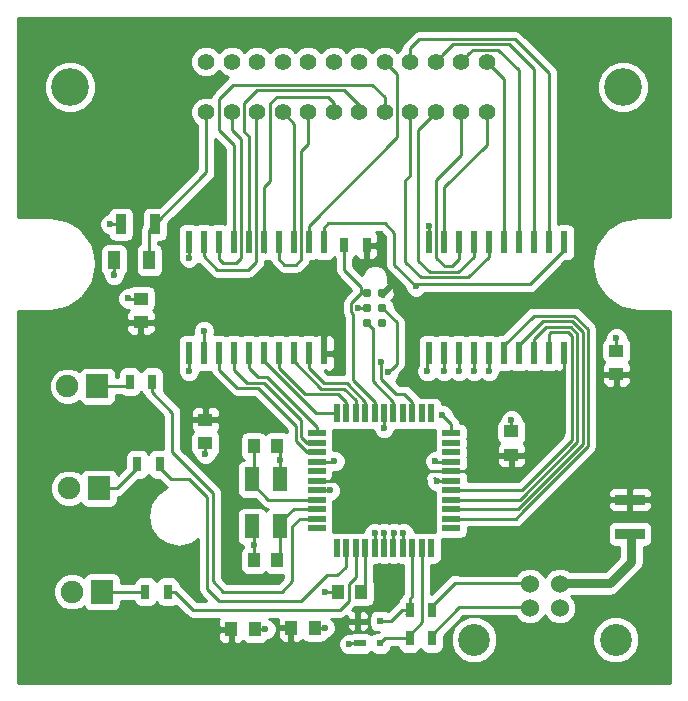
<source format=gbr>
G04 #@! TF.FileFunction,Copper,L1,Top,Signal*
%FSLAX46Y46*%
G04 Gerber Fmt 4.6, Leading zero omitted, Abs format (unit mm)*
G04 Created by KiCad (PCBNEW 4.1.0-alpha+201606241232+6946~45~ubuntu16.04.1-product) date Wed Jun 29 20:04:26 2016*
%MOMM*%
%LPD*%
G01*
G04 APERTURE LIST*
%ADD10C,0.100000*%
%ADD11C,1.397000*%
%ADD12C,3.200400*%
%ADD13R,1.000000X1.250000*%
%ADD14R,1.250000X1.000000*%
%ADD15R,0.700000X1.300000*%
%ADD16R,0.600000X1.950000*%
%ADD17C,0.784860*%
%ADD18R,1.000000X0.600000*%
%ADD19R,0.600000X0.600000*%
%ADD20R,2.500000X0.900000*%
%ADD21R,1.900000X2.000000*%
%ADD22C,1.900000*%
%ADD23R,1.500000X0.550000*%
%ADD24R,0.550000X1.500000*%
%ADD25R,1.300000X2.000000*%
%ADD26R,1.000000X1.600000*%
%ADD27R,0.900000X1.700000*%
%ADD28C,1.524000*%
%ADD29C,2.700020*%
%ADD30C,0.600000*%
%ADD31C,0.250000*%
%ADD32C,0.800000*%
%ADD33C,0.254000*%
G04 APERTURE END LIST*
D10*
D11*
X145224500Y-79298800D03*
X147383500Y-79298800D03*
X140906500Y-79298800D03*
X143065500Y-79298800D03*
X145224500Y-75006200D03*
X143065500Y-75006200D03*
X140906500Y-75006200D03*
X147383500Y-75006200D03*
X138747500Y-79298800D03*
X136588500Y-79298800D03*
X134429500Y-79298800D03*
X132270500Y-79298800D03*
X138747500Y-75006200D03*
X136588500Y-75006200D03*
X134429500Y-75006200D03*
X132270500Y-75006200D03*
X149542500Y-79298800D03*
X151701500Y-79298800D03*
X153860500Y-79298800D03*
X156019500Y-79298800D03*
X149542500Y-75006200D03*
X151701500Y-75006200D03*
X153860500Y-75006200D03*
X156019500Y-75006200D03*
D12*
X167551100Y-77152500D03*
X120738900Y-77152500D03*
D13*
X138303000Y-117221000D03*
X136303000Y-117221000D03*
X136287000Y-107569000D03*
X138287000Y-107569000D03*
D14*
X132207000Y-105315000D03*
X132207000Y-107315000D03*
X126733300Y-97062800D03*
X126733300Y-95062800D03*
D15*
X145857000Y-90551000D03*
X143957000Y-90551000D03*
X151384000Y-121412000D03*
X149484000Y-121412000D03*
X151384000Y-123825000D03*
X149484000Y-123825000D03*
X127127000Y-119888000D03*
X129027000Y-119888000D03*
X126431000Y-109093000D03*
X128331000Y-109093000D03*
D16*
X162560000Y-90296000D03*
X161290000Y-90296000D03*
X160020000Y-90296000D03*
X158750000Y-90296000D03*
X157480000Y-90296000D03*
X156210000Y-90296000D03*
X154940000Y-90296000D03*
X153670000Y-90296000D03*
X152400000Y-90296000D03*
X151130000Y-90296000D03*
X151130000Y-99696000D03*
X152400000Y-99696000D03*
X153670000Y-99696000D03*
X154940000Y-99696000D03*
X156210000Y-99696000D03*
X157480000Y-99696000D03*
X158750000Y-99696000D03*
X160020000Y-99696000D03*
X161290000Y-99696000D03*
X162560000Y-99696000D03*
X142240000Y-90296000D03*
X140970000Y-90296000D03*
X139700000Y-90296000D03*
X138430000Y-90296000D03*
X137160000Y-90296000D03*
X135890000Y-90296000D03*
X134620000Y-90296000D03*
X133350000Y-90296000D03*
X132080000Y-90296000D03*
X130810000Y-90296000D03*
X130810000Y-99696000D03*
X132080000Y-99696000D03*
X133350000Y-99696000D03*
X134620000Y-99696000D03*
X135890000Y-99696000D03*
X137160000Y-99696000D03*
X138430000Y-99696000D03*
X139700000Y-99696000D03*
X140970000Y-99696000D03*
X142240000Y-99696000D03*
D17*
X145923000Y-94615000D03*
X147193000Y-94615000D03*
X145923000Y-95885000D03*
X147193000Y-95885000D03*
X145923000Y-97155000D03*
X147193000Y-97155000D03*
D18*
X145300000Y-124267000D03*
D19*
X147000000Y-124267000D03*
X147000000Y-122367000D03*
X145100000Y-122367000D03*
D20*
X168148000Y-114988000D03*
X168148000Y-112088000D03*
D15*
X125796000Y-102108000D03*
X127696000Y-102108000D03*
D21*
X123063000Y-102489000D03*
D22*
X120523000Y-102489000D03*
D21*
X123444000Y-119888000D03*
D22*
X120904000Y-119888000D03*
D21*
X123190000Y-111125000D03*
D22*
X120650000Y-111125000D03*
D23*
X153020000Y-114490000D03*
X153020000Y-113690000D03*
X153020000Y-112890000D03*
X153020000Y-112090000D03*
X153020000Y-111290000D03*
X153020000Y-110490000D03*
X153020000Y-109690000D03*
X153020000Y-108890000D03*
X153020000Y-108090000D03*
X153020000Y-107290000D03*
X153020000Y-106490000D03*
D24*
X151320000Y-104790000D03*
X150520000Y-104790000D03*
X149720000Y-104790000D03*
X148920000Y-104790000D03*
X148120000Y-104790000D03*
X147320000Y-104790000D03*
X146520000Y-104790000D03*
X145720000Y-104790000D03*
X144920000Y-104790000D03*
X144120000Y-104790000D03*
X143320000Y-104790000D03*
D23*
X141620000Y-106490000D03*
X141620000Y-107290000D03*
X141620000Y-108090000D03*
X141620000Y-108890000D03*
X141620000Y-109690000D03*
X141620000Y-110490000D03*
X141620000Y-111290000D03*
X141620000Y-112090000D03*
X141620000Y-112890000D03*
X141620000Y-113690000D03*
X141620000Y-114490000D03*
D24*
X143320000Y-116190000D03*
X144120000Y-116190000D03*
X144920000Y-116190000D03*
X145720000Y-116190000D03*
X146520000Y-116190000D03*
X147320000Y-116190000D03*
X148120000Y-116190000D03*
X148920000Y-116190000D03*
X149720000Y-116190000D03*
X150520000Y-116190000D03*
X151320000Y-116190000D03*
D25*
X138544000Y-114363000D03*
X138544000Y-110363000D03*
X136144000Y-110363000D03*
X136144000Y-114363000D03*
D13*
X145415000Y-119888000D03*
X143415000Y-119888000D03*
X134398000Y-123063000D03*
X136398000Y-123063000D03*
D14*
X158115000Y-108315000D03*
X158115000Y-106315000D03*
D13*
X139446000Y-122936000D03*
X141446000Y-122936000D03*
D14*
X167005000Y-101473000D03*
X167005000Y-99473000D03*
D26*
X127460000Y-91821000D03*
X124460000Y-91821000D03*
D27*
X127942000Y-88773000D03*
X125042000Y-88773000D03*
D28*
X159669480Y-119253000D03*
X162209480Y-119253000D03*
X162209480Y-121251980D03*
X159669480Y-121251980D03*
D29*
X154940000Y-123952000D03*
X166938960Y-123952000D03*
D30*
X144399000Y-124333000D03*
X145161000Y-95885000D03*
X142367000Y-119888000D03*
X151828500Y-110553500D03*
X158115000Y-105346500D03*
X151130000Y-88900000D03*
X130810000Y-91630500D03*
X125666500Y-95059500D03*
X124460000Y-93091000D03*
X124142500Y-88773000D03*
X167005000Y-98425000D03*
X137287000Y-123063000D03*
X142303500Y-122936000D03*
X132207000Y-108204000D03*
X138544000Y-108775500D03*
X136303000Y-115951000D03*
X142748000Y-111315500D03*
X150050500Y-94043500D03*
X152273000Y-104965500D03*
X152400000Y-101219000D03*
X146519997Y-114935000D03*
X153670000Y-101219000D03*
X147320000Y-114935000D03*
X154940000Y-101219000D03*
X148170997Y-114935000D03*
X156210000Y-101219000D03*
X148971000Y-114935000D03*
X151003000Y-101219000D03*
X143129000Y-108839000D03*
X132080000Y-97790000D03*
X151638000Y-108839000D03*
X130810000Y-101219000D03*
X147066000Y-100457000D03*
X147691010Y-101319815D03*
X147320000Y-106045000D03*
D31*
X162560000Y-99696000D02*
X162560000Y-106426000D01*
X160671000Y-108315000D02*
X158115000Y-108315000D01*
X162560000Y-106426000D02*
X160671000Y-108315000D01*
X153020000Y-109690000D02*
X148056500Y-109690000D01*
X147256500Y-110490000D02*
X141620000Y-110490000D01*
X148056500Y-109690000D02*
X147256500Y-110490000D01*
X153020000Y-109690000D02*
X157772000Y-109690000D01*
X158115000Y-109347000D02*
X158115000Y-108315000D01*
X157772000Y-109690000D02*
X158115000Y-109347000D01*
X145300000Y-124267000D02*
X144465000Y-124267000D01*
X144465000Y-124267000D02*
X144399000Y-124333000D01*
X145923000Y-95885000D02*
X145161000Y-95885000D01*
X143415000Y-119888000D02*
X142367000Y-119888000D01*
X151828500Y-110553500D02*
X151574500Y-110299500D01*
X151892000Y-110490000D02*
X151828500Y-110553500D01*
X153020000Y-110490000D02*
X151892000Y-110490000D01*
X158115000Y-106315000D02*
X158115000Y-105346500D01*
X151130000Y-90296000D02*
X151130000Y-88900000D01*
X130810000Y-90296000D02*
X130810000Y-91630500D01*
X126733300Y-95062800D02*
X125669800Y-95062800D01*
X125669800Y-95062800D02*
X125666500Y-95059500D01*
X124460000Y-93091000D02*
X124460000Y-93027500D01*
X124460000Y-93027500D02*
X124269500Y-92837000D01*
X124460000Y-91821000D02*
X124460000Y-93091000D01*
X125042000Y-88773000D02*
X124142500Y-88773000D01*
X167005000Y-99473000D02*
X167005000Y-98425000D01*
X136398000Y-123063000D02*
X137287000Y-123063000D01*
X141446000Y-122936000D02*
X142303500Y-122936000D01*
X132207000Y-107315000D02*
X132207000Y-108204000D01*
X138544000Y-108775500D02*
X138544000Y-107826000D01*
X138544000Y-110363000D02*
X138544000Y-108775500D01*
X136303000Y-115951000D02*
X136303000Y-114522000D01*
X136303000Y-117221000D02*
X136303000Y-115951000D01*
X141620000Y-111290000D02*
X142722500Y-111290000D01*
X142722500Y-111290000D02*
X142748000Y-111315500D01*
X138544000Y-107826000D02*
X138287000Y-107569000D01*
X136303000Y-114522000D02*
X136144000Y-114363000D01*
X123444000Y-119888000D02*
X124644000Y-119888000D01*
X124644000Y-119888000D02*
X127127000Y-119888000D01*
X123190000Y-111125000D02*
X124699000Y-111125000D01*
X124699000Y-111125000D02*
X126431000Y-109393000D01*
X126431000Y-109393000D02*
X126431000Y-109093000D01*
X123063000Y-102489000D02*
X125415000Y-102489000D01*
X125415000Y-102489000D02*
X125796000Y-102108000D01*
X152400000Y-90296000D02*
X152400000Y-85661500D01*
X156019500Y-82042000D02*
X156019500Y-79298800D01*
X152400000Y-85661500D02*
X156019500Y-82042000D01*
X153670000Y-90296000D02*
X153670000Y-91757500D01*
X153860500Y-82931000D02*
X153860500Y-79298800D01*
X151765000Y-85026500D02*
X153860500Y-82931000D01*
X151765000Y-91630500D02*
X151765000Y-85026500D01*
X152463500Y-92329000D02*
X151765000Y-91630500D01*
X153098500Y-92329000D02*
X152463500Y-92329000D01*
X153670000Y-91757500D02*
X153098500Y-92329000D01*
X153670000Y-90971000D02*
X153670000Y-90296000D01*
X151003001Y-79997299D02*
X151701500Y-79298800D01*
X150241000Y-80759300D02*
X151003001Y-79997299D01*
X151187989Y-92831489D02*
X150241000Y-91884500D01*
X153629511Y-92831489D02*
X151187989Y-92831489D01*
X154940000Y-91521000D02*
X153629511Y-92831489D01*
X154940000Y-90296000D02*
X154940000Y-91521000D01*
X150241000Y-91884500D02*
X150241000Y-80759300D01*
X156210000Y-90296000D02*
X156210000Y-91521000D01*
X149098000Y-91948000D02*
X149098000Y-85090000D01*
X156210000Y-91521000D02*
X154449500Y-93281500D01*
X154449500Y-93281500D02*
X150431500Y-93281500D01*
X150431500Y-93281500D02*
X149098000Y-91948000D01*
X149098000Y-85090000D02*
X149542500Y-84645500D01*
X149542500Y-84645500D02*
X149542500Y-79298800D01*
X156210000Y-90296000D02*
X156210000Y-90971000D01*
X134620000Y-90296000D02*
X134620000Y-82105500D01*
X147383500Y-78041500D02*
X147383500Y-79298800D01*
X146298498Y-76956498D02*
X147383500Y-78041500D01*
X134562002Y-76956498D02*
X146298498Y-76956498D01*
X133350000Y-78168500D02*
X134562002Y-76956498D01*
X133350000Y-80835500D02*
X133350000Y-78168500D01*
X134620000Y-82105500D02*
X133350000Y-80835500D01*
X135890000Y-90296000D02*
X135890000Y-81343500D01*
X143954500Y-77406500D02*
X145224500Y-78676500D01*
X136588500Y-77406500D02*
X143954500Y-77406500D01*
X135509000Y-78486000D02*
X136588500Y-77406500D01*
X135509000Y-80962500D02*
X135509000Y-78486000D01*
X135890000Y-81343500D02*
X135509000Y-80962500D01*
X145224500Y-78676500D02*
X145224500Y-79298800D01*
X137160000Y-90296000D02*
X137160000Y-85661500D01*
X143065500Y-78486000D02*
X143065500Y-79298800D01*
X142557500Y-77978000D02*
X143065500Y-78486000D01*
X138239500Y-77978000D02*
X142557500Y-77978000D01*
X137668000Y-78549500D02*
X138239500Y-77978000D01*
X137668000Y-85153500D02*
X137668000Y-78549500D01*
X137160000Y-85661500D02*
X137668000Y-85153500D01*
X137287000Y-90423000D02*
X137287000Y-91098000D01*
X138430000Y-90296000D02*
X138430000Y-91757500D01*
X140906500Y-81978500D02*
X140906500Y-79298800D01*
X140335000Y-82550000D02*
X140906500Y-81978500D01*
X140335000Y-91757500D02*
X140335000Y-82550000D01*
X139890500Y-92202000D02*
X140335000Y-91757500D01*
X138874500Y-92202000D02*
X139890500Y-92202000D01*
X138430000Y-91757500D02*
X138874500Y-92202000D01*
X139700000Y-90296000D02*
X139700000Y-80251300D01*
X139700000Y-80251300D02*
X138747500Y-79298800D01*
X132080000Y-90296000D02*
X132080000Y-91503500D01*
X136525000Y-91948000D02*
X136525000Y-79362300D01*
X135826500Y-92646500D02*
X136525000Y-91948000D01*
X133223000Y-92646500D02*
X135826500Y-92646500D01*
X132080000Y-91503500D02*
X133223000Y-92646500D01*
X136525000Y-79362300D02*
X136588500Y-79298800D01*
X133350000Y-90296000D02*
X133350000Y-91694000D01*
X134429500Y-80772000D02*
X134429500Y-79298800D01*
X135255000Y-81597500D02*
X134429500Y-80772000D01*
X135255000Y-91630500D02*
X135255000Y-81597500D01*
X134810500Y-92075000D02*
X135255000Y-91630500D01*
X133731000Y-92075000D02*
X134810500Y-92075000D01*
X133350000Y-91694000D02*
X133731000Y-92075000D01*
X157480000Y-90296000D02*
X157480000Y-76466700D01*
X157480000Y-76466700D02*
X156019500Y-75006200D01*
X154558999Y-74307701D02*
X153860500Y-75006200D01*
X154884001Y-73982699D02*
X154558999Y-74307701D01*
X156977199Y-73982699D02*
X154884001Y-73982699D01*
X158750000Y-75755500D02*
X156977199Y-73982699D01*
X158750000Y-90296000D02*
X158750000Y-75755500D01*
X158750000Y-90296000D02*
X158750000Y-89621000D01*
X153175012Y-73532688D02*
X152399999Y-74307701D01*
X160020000Y-75628500D02*
X157924188Y-73532688D01*
X152399999Y-74307701D02*
X151701500Y-75006200D01*
X157924188Y-73532688D02*
X153175012Y-73532688D01*
X160020000Y-90296000D02*
X160020000Y-75628500D01*
X161290000Y-90296000D02*
X161290000Y-75946000D01*
X158426677Y-73082677D02*
X150310323Y-73082677D01*
X161290000Y-75946000D02*
X158426677Y-73082677D01*
X150310323Y-73082677D02*
X149542500Y-73850500D01*
X149542500Y-73850500D02*
X149542500Y-75006200D01*
X140970000Y-90296000D02*
X140970000Y-88900000D01*
X148463000Y-76085700D02*
X147383500Y-75006200D01*
X148463000Y-81407000D02*
X148463000Y-76085700D01*
X140970000Y-88900000D02*
X148463000Y-81407000D01*
X140970000Y-90296000D02*
X140970000Y-89621000D01*
X148209000Y-89535000D02*
X148209000Y-92202000D01*
X148209000Y-92202000D02*
X150050500Y-94043500D01*
X147383500Y-88709500D02*
X148209000Y-89535000D01*
X142601500Y-88709500D02*
X147383500Y-88709500D01*
X142240000Y-89071000D02*
X142601500Y-88709500D01*
X142240000Y-90296000D02*
X142240000Y-89071000D01*
X159678000Y-93853000D02*
X150241000Y-93853000D01*
X150050500Y-94043500D02*
X150241000Y-93853000D01*
X153020000Y-106490000D02*
X153020000Y-105712500D01*
X153020000Y-105712500D02*
X152273000Y-104965500D01*
X162560000Y-90296000D02*
X162560000Y-90971000D01*
X162560000Y-90971000D02*
X159678000Y-93853000D01*
X152400000Y-99696000D02*
X152400000Y-101219000D01*
X146520000Y-116190000D02*
X146520000Y-114935003D01*
X146520000Y-114935003D02*
X146519997Y-114935000D01*
X153670000Y-99696000D02*
X153670000Y-101219000D01*
X147320000Y-116190000D02*
X147320000Y-114935000D01*
X154940000Y-99696000D02*
X154940000Y-101219000D01*
X148120000Y-116190000D02*
X148120000Y-114985997D01*
X148120000Y-114985997D02*
X148170997Y-114935000D01*
X156210000Y-99696000D02*
X156210000Y-101219000D01*
X148920000Y-116190000D02*
X148920000Y-114986000D01*
X148920000Y-114986000D02*
X148971000Y-114935000D01*
X164608531Y-97675299D02*
X163436700Y-96503467D01*
X159997533Y-96503467D02*
X157480000Y-99021000D01*
X164608531Y-107556700D02*
X164608531Y-97675299D01*
X157480000Y-99021000D02*
X157480000Y-99696000D01*
X159088831Y-113076397D02*
X164608531Y-107556700D01*
X158475228Y-113690000D02*
X159088831Y-113076397D01*
X153020000Y-113690000D02*
X158475228Y-113690000D01*
X163436700Y-96503467D02*
X159997533Y-96503467D01*
X160817522Y-96953478D02*
X163250300Y-96953478D01*
X163250300Y-96953478D02*
X164158520Y-97861699D01*
X164158520Y-107370300D02*
X158638820Y-112890000D01*
X158750000Y-99021000D02*
X160817522Y-96953478D01*
X158750000Y-99696000D02*
X158750000Y-99021000D01*
X158638820Y-112890000D02*
X154305000Y-112890000D01*
X164158520Y-97861699D02*
X164158520Y-107370300D01*
X153020000Y-112890000D02*
X154305000Y-112890000D01*
X154305000Y-112890000D02*
X154447820Y-112890000D01*
X160020000Y-98471000D02*
X160020000Y-99696000D01*
X161024011Y-97466989D02*
X160020000Y-98471000D01*
X163127400Y-97466989D02*
X161024011Y-97466989D01*
X163703000Y-102743000D02*
X163702999Y-98042589D01*
X163702999Y-98042589D02*
X163127400Y-97466989D01*
X154432000Y-112090000D02*
X154611410Y-112090000D01*
X153020000Y-112090000D02*
X154432000Y-112090000D01*
X163703000Y-102997000D02*
X163703000Y-102743000D01*
X154432000Y-112090000D02*
X158802410Y-112090000D01*
X158802410Y-112090000D02*
X163703000Y-107189410D01*
X163703000Y-107189410D02*
X163703000Y-102743000D01*
X153020000Y-111290000D02*
X158966000Y-111290000D01*
X158966000Y-111290000D02*
X163252990Y-107003010D01*
X163252990Y-107003010D02*
X163252990Y-98228990D01*
X163252990Y-98228990D02*
X162941000Y-97917000D01*
X161480500Y-97917000D02*
X161290000Y-98107500D01*
X162941000Y-97917000D02*
X161480500Y-97917000D01*
X161290000Y-98107500D02*
X161290000Y-99696000D01*
X151003000Y-101219000D02*
X151003000Y-99823000D01*
X151003000Y-99823000D02*
X151130000Y-99696000D01*
X141620000Y-108890000D02*
X143078000Y-108890000D01*
X143078000Y-108890000D02*
X143129000Y-108839000D01*
X142240000Y-102235000D02*
X140970000Y-100965000D01*
X140970000Y-100965000D02*
X140970000Y-99696000D01*
X144165000Y-102235000D02*
X142240000Y-102235000D01*
X145720000Y-104790000D02*
X145720000Y-103790000D01*
X145720000Y-103790000D02*
X144165000Y-102235000D01*
X144920000Y-103626410D02*
X143978600Y-102685010D01*
X143978600Y-102685010D02*
X142014009Y-102685009D01*
X142014009Y-102685009D02*
X139700000Y-100371000D01*
X139700000Y-100371000D02*
X139700000Y-99696000D01*
X144920000Y-104790000D02*
X144920000Y-103626410D01*
X140600019Y-103135019D02*
X138430000Y-100965000D01*
X138430000Y-100965000D02*
X138430000Y-99696000D01*
X143394019Y-103135019D02*
X140600019Y-103135019D01*
X144120000Y-104790000D02*
X144120000Y-103861000D01*
X144120000Y-103861000D02*
X143394019Y-103135019D01*
X143320000Y-104790000D02*
X141579000Y-104790000D01*
X141579000Y-104790000D02*
X137160000Y-100371000D01*
X137160000Y-100371000D02*
X137160000Y-99696000D01*
X136652000Y-101727000D02*
X135890000Y-100965000D01*
X135890000Y-100965000D02*
X135890000Y-99696000D01*
X137382000Y-101727000D02*
X136652000Y-101727000D01*
X141620000Y-106490000D02*
X141620000Y-105965000D01*
X141620000Y-105965000D02*
X137382000Y-101727000D01*
X135705010Y-102177010D02*
X134620000Y-101092000D01*
X134620000Y-101092000D02*
X134620000Y-99696000D01*
X140335000Y-105316410D02*
X137195600Y-102177010D01*
X137195600Y-102177010D02*
X135705010Y-102177010D01*
X140335000Y-106815002D02*
X140335000Y-105316410D01*
X141620000Y-107290000D02*
X140809998Y-107290000D01*
X140809998Y-107290000D02*
X140335000Y-106815002D01*
X141620000Y-108090000D02*
X140809998Y-108090000D01*
X133350000Y-101092000D02*
X133350000Y-99696000D01*
X134885020Y-102627020D02*
X133350000Y-101092000D01*
X136663020Y-102627020D02*
X134885020Y-102627020D01*
X139884990Y-105848990D02*
X136663020Y-102627020D01*
X139884990Y-107164992D02*
X139884990Y-105848990D01*
X140809998Y-108090000D02*
X139884990Y-107164992D01*
X132080000Y-99696000D02*
X132080000Y-97790000D01*
X153020000Y-108890000D02*
X151689000Y-108890000D01*
X151689000Y-108890000D02*
X151638000Y-108839000D01*
X130810000Y-101219000D02*
X130810000Y-99696000D01*
X147066000Y-101854000D02*
X147066000Y-100457000D01*
X148336000Y-103124000D02*
X147066000Y-101854000D01*
X149054000Y-103124000D02*
X148336000Y-103124000D01*
X149720000Y-104790000D02*
X149720000Y-103790000D01*
X149720000Y-103790000D02*
X149054000Y-103124000D01*
X151384000Y-123825000D02*
X151384000Y-123525000D01*
X151384000Y-123525000D02*
X153712900Y-121196100D01*
X153712900Y-121196100D02*
X158450534Y-121196100D01*
X158450534Y-121196100D02*
X159512000Y-121196100D01*
D32*
X162001200Y-119189500D02*
X166433500Y-119189500D01*
X168275000Y-117348000D02*
X168275000Y-115115000D01*
X166433500Y-119189500D02*
X168275000Y-117348000D01*
X168275000Y-115115000D02*
X168148000Y-114988000D01*
D31*
X153370000Y-119126000D02*
X153433500Y-119189500D01*
X153433500Y-119189500D02*
X159512000Y-119189500D01*
X151384000Y-121412000D02*
X151384000Y-121112000D01*
X151384000Y-121112000D02*
X153370000Y-119126000D01*
X148844000Y-121412000D02*
X147889000Y-122367000D01*
X147889000Y-122367000D02*
X147000000Y-122367000D01*
X149484000Y-121412000D02*
X148844000Y-121412000D01*
X149164000Y-121732000D02*
X149484000Y-121412000D01*
X149484000Y-121412000D02*
X149484000Y-120512000D01*
X149484000Y-120512000D02*
X149720000Y-120276000D01*
X149720000Y-120276000D02*
X149720000Y-117190000D01*
X149720000Y-117190000D02*
X149720000Y-116190000D01*
X149484000Y-123825000D02*
X147442000Y-123825000D01*
X147442000Y-123825000D02*
X147000000Y-124267000D01*
X149291000Y-123632000D02*
X149484000Y-123825000D01*
X149484000Y-123825000D02*
X149484000Y-123525000D01*
X149484000Y-123525000D02*
X150520000Y-122489000D01*
X150520000Y-122489000D02*
X150520000Y-117190000D01*
X150520000Y-117190000D02*
X150520000Y-116190000D01*
X139573000Y-117661002D02*
X139573000Y-117094000D01*
X139573000Y-117094000D02*
X139573000Y-114300000D01*
X138684000Y-119888000D02*
X139573000Y-118999000D01*
X139573000Y-118999000D02*
X139573000Y-117094000D01*
X133731000Y-119888000D02*
X138684000Y-119888000D01*
X132842000Y-118999000D02*
X133731000Y-119888000D01*
X132842000Y-111506000D02*
X132842000Y-118999000D01*
X129413000Y-108077000D02*
X132842000Y-111506000D01*
X129413000Y-104725000D02*
X129413000Y-108077000D01*
X127696000Y-102108000D02*
X127696000Y-103008000D01*
X127696000Y-103008000D02*
X129413000Y-104725000D01*
X139573000Y-114300000D02*
X140183000Y-113690000D01*
X140183000Y-113690000D02*
X141620000Y-113690000D01*
X143383000Y-118491000D02*
X144120000Y-117754000D01*
X144120000Y-117754000D02*
X144120000Y-116190000D01*
X142494000Y-118491000D02*
X143383000Y-118491000D01*
X140335000Y-120650000D02*
X142494000Y-118491000D01*
X133350000Y-120650000D02*
X140335000Y-120650000D01*
X132334000Y-119634000D02*
X133350000Y-120650000D01*
X132334000Y-111887000D02*
X132334000Y-119634000D01*
X130810000Y-110363000D02*
X132334000Y-111887000D01*
X129301000Y-110363000D02*
X130810000Y-110363000D01*
X128331000Y-109093000D02*
X128331000Y-109393000D01*
X128331000Y-109393000D02*
X129301000Y-110363000D01*
X144363002Y-120650000D02*
X144363002Y-119229996D01*
X144363002Y-119229996D02*
X144920000Y-118672998D01*
X144920000Y-118672998D02*
X144920000Y-117190000D01*
X144920000Y-117190000D02*
X144920000Y-116190000D01*
X131151000Y-121412000D02*
X143601002Y-121412000D01*
X143601002Y-121412000D02*
X144363002Y-120650000D01*
X129027000Y-119888000D02*
X129627000Y-119888000D01*
X129627000Y-119888000D02*
X131151000Y-121412000D01*
X143957000Y-90551000D02*
X143957000Y-92649000D01*
X143957000Y-92649000D02*
X145368021Y-94060021D01*
X145368021Y-94060021D02*
X145368021Y-94615000D01*
X145368021Y-94615000D02*
X145923000Y-94615000D01*
X144535998Y-96185002D02*
X144535998Y-95447023D01*
X144535998Y-95447023D02*
X145368021Y-94615000D01*
X144724239Y-96373243D02*
X144535998Y-96185002D01*
X144724239Y-101994239D02*
X144724239Y-96373243D01*
X146520000Y-103790000D02*
X144724239Y-101994239D01*
X146520000Y-104790000D02*
X146520000Y-103790000D01*
X147991009Y-101019816D02*
X147691010Y-101319815D01*
X147193000Y-95885000D02*
X148391761Y-97083761D01*
X148391761Y-97083761D02*
X148391761Y-100619064D01*
X148391761Y-100619064D02*
X147991009Y-101019816D01*
X147320000Y-106045000D02*
X147320000Y-104790000D01*
X148120000Y-104790000D02*
X148120000Y-103790000D01*
X148120000Y-103790000D02*
X148113000Y-103790000D01*
X146315429Y-97547429D02*
X145923000Y-97155000D01*
X148113000Y-103790000D02*
X146359761Y-102036761D01*
X146359761Y-102036761D02*
X146359761Y-97591761D01*
X146359761Y-97591761D02*
X146315429Y-97547429D01*
X136287000Y-107569000D02*
X136287000Y-110220000D01*
X136287000Y-110220000D02*
X136144000Y-110363000D01*
X141620000Y-112090000D02*
X137521000Y-112090000D01*
X137521000Y-112090000D02*
X136144000Y-110713000D01*
X136144000Y-110713000D02*
X136144000Y-110363000D01*
X138544000Y-114363000D02*
X138544000Y-116980000D01*
X138544000Y-116980000D02*
X138303000Y-117221000D01*
X141620000Y-112890000D02*
X139667000Y-112890000D01*
X139667000Y-112890000D02*
X138544000Y-114013000D01*
X138544000Y-114013000D02*
X138544000Y-114363000D01*
X145720000Y-116190000D02*
X145720000Y-119583000D01*
X145720000Y-119583000D02*
X145415000Y-119888000D01*
X127942000Y-88773000D02*
X127942000Y-88720000D01*
X127942000Y-88720000D02*
X132270500Y-84391500D01*
X132270500Y-84391500D02*
X132270500Y-79298800D01*
X127460000Y-91821000D02*
X127460000Y-89255000D01*
X127460000Y-89255000D02*
X127942000Y-88773000D01*
D33*
G36*
X171567448Y-88120400D02*
X168946822Y-88120400D01*
X168880652Y-88133562D01*
X167544172Y-88385984D01*
X167297243Y-88488265D01*
X166221428Y-89207103D01*
X166032436Y-89396095D01*
X165313597Y-90471912D01*
X165313597Y-90471913D01*
X165211315Y-90718842D01*
X164958893Y-91987854D01*
X164958894Y-92121491D01*
X164958893Y-92255128D01*
X165211315Y-93524140D01*
X165254502Y-93628401D01*
X165313597Y-93771070D01*
X166032434Y-94846885D01*
X166221426Y-95035877D01*
X167297243Y-95754717D01*
X167544172Y-95856998D01*
X168813185Y-96109420D01*
X168880647Y-96109420D01*
X168946822Y-96122583D01*
X171567448Y-96122583D01*
X171567448Y-127598457D01*
X116326195Y-127598457D01*
X116326195Y-123348750D01*
X133263000Y-123348750D01*
X133263000Y-123814310D01*
X133359673Y-124047699D01*
X133538302Y-124226327D01*
X133771691Y-124323000D01*
X134112250Y-124323000D01*
X134271000Y-124164250D01*
X134271000Y-123190000D01*
X133421750Y-123190000D01*
X133263000Y-123348750D01*
X116326195Y-123348750D01*
X116326195Y-102802893D01*
X118937725Y-102802893D01*
X119178519Y-103385657D01*
X119623997Y-103831914D01*
X120206341Y-104073724D01*
X120836893Y-104074275D01*
X121419657Y-103833481D01*
X121515523Y-103737782D01*
X121655191Y-103946809D01*
X121865235Y-104087157D01*
X122113000Y-104136440D01*
X124013000Y-104136440D01*
X124260765Y-104087157D01*
X124470809Y-103946809D01*
X124611157Y-103736765D01*
X124660440Y-103489000D01*
X124660440Y-103249000D01*
X125037864Y-103249000D01*
X125198235Y-103356157D01*
X125446000Y-103405440D01*
X126146000Y-103405440D01*
X126393765Y-103356157D01*
X126603809Y-103215809D01*
X126744157Y-103005765D01*
X126746000Y-102996500D01*
X126747843Y-103005765D01*
X126888191Y-103215809D01*
X126991001Y-103284505D01*
X126993852Y-103298839D01*
X127158599Y-103545401D01*
X128653000Y-105039802D01*
X128653000Y-107795560D01*
X127981000Y-107795560D01*
X127733235Y-107844843D01*
X127523191Y-107985191D01*
X127382843Y-108195235D01*
X127381000Y-108204500D01*
X127379157Y-108195235D01*
X127238809Y-107985191D01*
X127028765Y-107844843D01*
X126781000Y-107795560D01*
X126081000Y-107795560D01*
X125833235Y-107844843D01*
X125623191Y-107985191D01*
X125482843Y-108195235D01*
X125433560Y-108443000D01*
X125433560Y-109315638D01*
X124760357Y-109988841D01*
X124738157Y-109877235D01*
X124597809Y-109667191D01*
X124387765Y-109526843D01*
X124140000Y-109477560D01*
X122240000Y-109477560D01*
X121992235Y-109526843D01*
X121782191Y-109667191D01*
X121642702Y-109875949D01*
X121549003Y-109782086D01*
X120966659Y-109540276D01*
X120336107Y-109539725D01*
X119753343Y-109780519D01*
X119307086Y-110225997D01*
X119065276Y-110808341D01*
X119064725Y-111438893D01*
X119305519Y-112021657D01*
X119750997Y-112467914D01*
X120333341Y-112709724D01*
X120963893Y-112710275D01*
X121546657Y-112469481D01*
X121642523Y-112373782D01*
X121782191Y-112582809D01*
X121992235Y-112723157D01*
X122240000Y-112772440D01*
X124140000Y-112772440D01*
X124387765Y-112723157D01*
X124597809Y-112582809D01*
X124738157Y-112372765D01*
X124787440Y-112125000D01*
X124787440Y-111867408D01*
X124989839Y-111827148D01*
X125236401Y-111662401D01*
X126508362Y-110390440D01*
X126781000Y-110390440D01*
X127028765Y-110341157D01*
X127238809Y-110200809D01*
X127379157Y-109990765D01*
X127381000Y-109981500D01*
X127382843Y-109990765D01*
X127523191Y-110200809D01*
X127733235Y-110341157D01*
X127981000Y-110390440D01*
X128253638Y-110390440D01*
X128763599Y-110900401D01*
X128942811Y-111020146D01*
X128940486Y-111020609D01*
X128087713Y-111590413D01*
X127517909Y-112443186D01*
X127317820Y-113449100D01*
X127517909Y-114455014D01*
X128087713Y-115307787D01*
X128940486Y-115877591D01*
X129946400Y-116077680D01*
X130952314Y-115877591D01*
X131574000Y-115462194D01*
X131574000Y-119634000D01*
X131631852Y-119924839D01*
X131796599Y-120171401D01*
X132277198Y-120652000D01*
X131465802Y-120652000D01*
X130164401Y-119350599D01*
X130024440Y-119257080D01*
X130024440Y-119238000D01*
X129975157Y-118990235D01*
X129834809Y-118780191D01*
X129624765Y-118639843D01*
X129377000Y-118590560D01*
X128677000Y-118590560D01*
X128429235Y-118639843D01*
X128219191Y-118780191D01*
X128078843Y-118990235D01*
X128077000Y-118999500D01*
X128075157Y-118990235D01*
X127934809Y-118780191D01*
X127724765Y-118639843D01*
X127477000Y-118590560D01*
X126777000Y-118590560D01*
X126529235Y-118639843D01*
X126319191Y-118780191D01*
X126178843Y-118990235D01*
X126151440Y-119128000D01*
X125041440Y-119128000D01*
X125041440Y-118888000D01*
X124992157Y-118640235D01*
X124851809Y-118430191D01*
X124641765Y-118289843D01*
X124394000Y-118240560D01*
X122494000Y-118240560D01*
X122246235Y-118289843D01*
X122036191Y-118430191D01*
X121896702Y-118638949D01*
X121803003Y-118545086D01*
X121220659Y-118303276D01*
X120590107Y-118302725D01*
X120007343Y-118543519D01*
X119561086Y-118988997D01*
X119319276Y-119571341D01*
X119318725Y-120201893D01*
X119559519Y-120784657D01*
X120004997Y-121230914D01*
X120587341Y-121472724D01*
X121217893Y-121473275D01*
X121800657Y-121232481D01*
X121896523Y-121136782D01*
X122036191Y-121345809D01*
X122246235Y-121486157D01*
X122494000Y-121535440D01*
X124394000Y-121535440D01*
X124641765Y-121486157D01*
X124851809Y-121345809D01*
X124992157Y-121135765D01*
X125041440Y-120888000D01*
X125041440Y-120648000D01*
X126151440Y-120648000D01*
X126178843Y-120785765D01*
X126319191Y-120995809D01*
X126529235Y-121136157D01*
X126777000Y-121185440D01*
X127477000Y-121185440D01*
X127724765Y-121136157D01*
X127934809Y-120995809D01*
X128075157Y-120785765D01*
X128077000Y-120776500D01*
X128078843Y-120785765D01*
X128219191Y-120995809D01*
X128429235Y-121136157D01*
X128677000Y-121185440D01*
X129377000Y-121185440D01*
X129624765Y-121136157D01*
X129730023Y-121065825D01*
X130613599Y-121949401D01*
X130860160Y-122114148D01*
X130908414Y-122123746D01*
X131151000Y-122172000D01*
X133320862Y-122172000D01*
X133263000Y-122311690D01*
X133263000Y-122777250D01*
X133421750Y-122936000D01*
X134271000Y-122936000D01*
X134271000Y-122916000D01*
X134525000Y-122916000D01*
X134525000Y-122936000D01*
X134545000Y-122936000D01*
X134545000Y-123190000D01*
X134525000Y-123190000D01*
X134525000Y-124164250D01*
X134683750Y-124323000D01*
X135024309Y-124323000D01*
X135257698Y-124226327D01*
X135399346Y-124084680D01*
X135440191Y-124145809D01*
X135650235Y-124286157D01*
X135898000Y-124335440D01*
X136898000Y-124335440D01*
X137145765Y-124286157D01*
X137355809Y-124145809D01*
X137454475Y-123998147D01*
X137472167Y-123998162D01*
X137815943Y-123856117D01*
X138079192Y-123593327D01*
X138221838Y-123249799D01*
X138221862Y-123221750D01*
X138311000Y-123221750D01*
X138311000Y-123687310D01*
X138407673Y-123920699D01*
X138586302Y-124099327D01*
X138819691Y-124196000D01*
X139160250Y-124196000D01*
X139319000Y-124037250D01*
X139319000Y-123063000D01*
X138469750Y-123063000D01*
X138311000Y-123221750D01*
X138221862Y-123221750D01*
X138222162Y-122877833D01*
X138080117Y-122534057D01*
X137817327Y-122270808D01*
X137579372Y-122172000D01*
X138316256Y-122172000D01*
X138311000Y-122184690D01*
X138311000Y-122650250D01*
X138469750Y-122809000D01*
X139319000Y-122809000D01*
X139319000Y-122789000D01*
X139573000Y-122789000D01*
X139573000Y-122809000D01*
X139593000Y-122809000D01*
X139593000Y-123063000D01*
X139573000Y-123063000D01*
X139573000Y-124037250D01*
X139731750Y-124196000D01*
X140072309Y-124196000D01*
X140305698Y-124099327D01*
X140447346Y-123957680D01*
X140488191Y-124018809D01*
X140698235Y-124159157D01*
X140946000Y-124208440D01*
X141946000Y-124208440D01*
X142193765Y-124159157D01*
X142403809Y-124018809D01*
X142507726Y-123863287D01*
X142832443Y-123729117D01*
X143095692Y-123466327D01*
X143238338Y-123122799D01*
X143238662Y-122750833D01*
X143198136Y-122652750D01*
X144165000Y-122652750D01*
X144165000Y-122793310D01*
X144261673Y-123026699D01*
X144440302Y-123205327D01*
X144673691Y-123302000D01*
X144814250Y-123302000D01*
X144973000Y-123143250D01*
X144973000Y-122494000D01*
X145227000Y-122494000D01*
X145227000Y-123143250D01*
X145385750Y-123302000D01*
X145526309Y-123302000D01*
X145759698Y-123205327D01*
X145938327Y-123026699D01*
X146035000Y-122793310D01*
X146035000Y-122652750D01*
X145876250Y-122494000D01*
X145227000Y-122494000D01*
X144973000Y-122494000D01*
X144323750Y-122494000D01*
X144165000Y-122652750D01*
X143198136Y-122652750D01*
X143096617Y-122407057D01*
X142861970Y-122172000D01*
X143601002Y-122172000D01*
X143891841Y-122114148D01*
X144138403Y-121949401D01*
X144177647Y-121910157D01*
X144165000Y-121940690D01*
X144165000Y-122081250D01*
X144323750Y-122240000D01*
X144973000Y-122240000D01*
X144973000Y-121590750D01*
X145227000Y-121590750D01*
X145227000Y-122240000D01*
X145876250Y-122240000D01*
X146035000Y-122081250D01*
X146035000Y-121940690D01*
X145938327Y-121707301D01*
X145759698Y-121528673D01*
X145526309Y-121432000D01*
X145385750Y-121432000D01*
X145227000Y-121590750D01*
X144973000Y-121590750D01*
X144814250Y-121432000D01*
X144673691Y-121432000D01*
X144643156Y-121444648D01*
X144900403Y-121187401D01*
X144918418Y-121160440D01*
X145915000Y-121160440D01*
X146162765Y-121111157D01*
X146372809Y-120970809D01*
X146513157Y-120760765D01*
X146562440Y-120513000D01*
X146562440Y-119263000D01*
X146513157Y-119015235D01*
X146480000Y-118965612D01*
X146480000Y-117587440D01*
X146795000Y-117587440D01*
X146920000Y-117562576D01*
X147045000Y-117587440D01*
X147595000Y-117587440D01*
X147720000Y-117562576D01*
X147845000Y-117587440D01*
X148395000Y-117587440D01*
X148520000Y-117562576D01*
X148645000Y-117587440D01*
X148960000Y-117587440D01*
X148960000Y-119961198D01*
X148946599Y-119974599D01*
X148781852Y-120221161D01*
X148779001Y-120235495D01*
X148676191Y-120304191D01*
X148535843Y-120514235D01*
X148488314Y-120753181D01*
X148306599Y-120874599D01*
X147646429Y-121534769D01*
X147547765Y-121468843D01*
X147300000Y-121419560D01*
X146700000Y-121419560D01*
X146452235Y-121468843D01*
X146242191Y-121609191D01*
X146101843Y-121819235D01*
X146052560Y-122067000D01*
X146052560Y-122667000D01*
X146101843Y-122914765D01*
X146242191Y-123124809D01*
X146452235Y-123265157D01*
X146700000Y-123314440D01*
X146877758Y-123314440D01*
X146872638Y-123319560D01*
X146700000Y-123319560D01*
X146452235Y-123368843D01*
X146250000Y-123503973D01*
X146047765Y-123368843D01*
X145800000Y-123319560D01*
X144800000Y-123319560D01*
X144552235Y-123368843D01*
X144508457Y-123398095D01*
X144213833Y-123397838D01*
X143870057Y-123539883D01*
X143606808Y-123802673D01*
X143464162Y-124146201D01*
X143463838Y-124518167D01*
X143605883Y-124861943D01*
X143868673Y-125125192D01*
X144212201Y-125267838D01*
X144584167Y-125268162D01*
X144742071Y-125202917D01*
X144800000Y-125214440D01*
X145800000Y-125214440D01*
X146047765Y-125165157D01*
X146250000Y-125030027D01*
X146452235Y-125165157D01*
X146700000Y-125214440D01*
X147300000Y-125214440D01*
X147547765Y-125165157D01*
X147757809Y-125024809D01*
X147898157Y-124814765D01*
X147943860Y-124585000D01*
X148508440Y-124585000D01*
X148535843Y-124722765D01*
X148676191Y-124932809D01*
X148886235Y-125073157D01*
X149134000Y-125122440D01*
X149834000Y-125122440D01*
X150081765Y-125073157D01*
X150291809Y-124932809D01*
X150432157Y-124722765D01*
X150434000Y-124713500D01*
X150435843Y-124722765D01*
X150576191Y-124932809D01*
X150786235Y-125073157D01*
X151034000Y-125122440D01*
X151734000Y-125122440D01*
X151981765Y-125073157D01*
X152191809Y-124932809D01*
X152332157Y-124722765D01*
X152381440Y-124475000D01*
X152381440Y-124345111D01*
X152954646Y-124345111D01*
X153256209Y-125074949D01*
X153814114Y-125633829D01*
X154543425Y-125936665D01*
X155333111Y-125937354D01*
X156062949Y-125635791D01*
X156621829Y-125077886D01*
X156924665Y-124348575D01*
X156924668Y-124345111D01*
X164953606Y-124345111D01*
X165255169Y-125074949D01*
X165813074Y-125633829D01*
X166542385Y-125936665D01*
X167332071Y-125937354D01*
X168061909Y-125635791D01*
X168620789Y-125077886D01*
X168923625Y-124348575D01*
X168924314Y-123558889D01*
X168622751Y-122829051D01*
X168064846Y-122270171D01*
X167335535Y-121967335D01*
X166545849Y-121966646D01*
X165816011Y-122268209D01*
X165257131Y-122826114D01*
X164954295Y-123555425D01*
X164953606Y-124345111D01*
X156924668Y-124345111D01*
X156925354Y-123558889D01*
X156623791Y-122829051D01*
X156065886Y-122270171D01*
X155336575Y-121967335D01*
X154546889Y-121966646D01*
X153817051Y-122268209D01*
X153258171Y-122826114D01*
X152955335Y-123555425D01*
X152954646Y-124345111D01*
X152381440Y-124345111D01*
X152381440Y-123602362D01*
X154027702Y-121956100D01*
X158448860Y-121956100D01*
X158484470Y-122042283D01*
X158877110Y-122435609D01*
X159390380Y-122648737D01*
X159946141Y-122649222D01*
X160459783Y-122436990D01*
X160853109Y-122044350D01*
X160939429Y-121836468D01*
X161024470Y-122042283D01*
X161417110Y-122435609D01*
X161930380Y-122648737D01*
X162486141Y-122649222D01*
X162999783Y-122436990D01*
X163393109Y-122044350D01*
X163606237Y-121531080D01*
X163606722Y-120975319D01*
X163394490Y-120461677D01*
X163185648Y-120252470D01*
X163213666Y-120224500D01*
X166433495Y-120224500D01*
X166433500Y-120224501D01*
X166829577Y-120145715D01*
X167165356Y-119921356D01*
X169006853Y-118079858D01*
X169006856Y-118079856D01*
X169163113Y-117846000D01*
X169231215Y-117744078D01*
X169310000Y-117348000D01*
X169310000Y-116085440D01*
X169398000Y-116085440D01*
X169645765Y-116036157D01*
X169855809Y-115895809D01*
X169996157Y-115685765D01*
X170045440Y-115438000D01*
X170045440Y-114538000D01*
X169996157Y-114290235D01*
X169855809Y-114080191D01*
X169645765Y-113939843D01*
X169398000Y-113890560D01*
X166898000Y-113890560D01*
X166650235Y-113939843D01*
X166440191Y-114080191D01*
X166299843Y-114290235D01*
X166250560Y-114538000D01*
X166250560Y-115438000D01*
X166299843Y-115685765D01*
X166440191Y-115895809D01*
X166650235Y-116036157D01*
X166898000Y-116085440D01*
X167240000Y-116085440D01*
X167240000Y-116919289D01*
X166004788Y-118154500D01*
X163086831Y-118154500D01*
X163001850Y-118069371D01*
X162488580Y-117856243D01*
X161932819Y-117855758D01*
X161419177Y-118067990D01*
X161025851Y-118460630D01*
X160939531Y-118668512D01*
X160854490Y-118462697D01*
X160461850Y-118069371D01*
X159948580Y-117856243D01*
X159392819Y-117855758D01*
X158879177Y-118067990D01*
X158517035Y-118429500D01*
X153669292Y-118429500D01*
X153660839Y-118423852D01*
X153370000Y-118366000D01*
X153079161Y-118423852D01*
X152832599Y-118588599D01*
X151306638Y-120114560D01*
X151280000Y-120114560D01*
X151280000Y-117587440D01*
X151595000Y-117587440D01*
X151842765Y-117538157D01*
X152052809Y-117397809D01*
X152193157Y-117187765D01*
X152242440Y-116940000D01*
X152242440Y-115440000D01*
X152235597Y-115405597D01*
X152270000Y-115412440D01*
X153770000Y-115412440D01*
X154017765Y-115363157D01*
X154227809Y-115222809D01*
X154368157Y-115012765D01*
X154417440Y-114765000D01*
X154417440Y-114450000D01*
X158475228Y-114450000D01*
X158766067Y-114392148D01*
X159012629Y-114227401D01*
X159626232Y-113613798D01*
X160866280Y-112373750D01*
X166263000Y-112373750D01*
X166263000Y-112664309D01*
X166359673Y-112897698D01*
X166538301Y-113076327D01*
X166771690Y-113173000D01*
X167862250Y-113173000D01*
X168021000Y-113014250D01*
X168021000Y-112215000D01*
X168275000Y-112215000D01*
X168275000Y-113014250D01*
X168433750Y-113173000D01*
X169524310Y-113173000D01*
X169757699Y-113076327D01*
X169936327Y-112897698D01*
X170033000Y-112664309D01*
X170033000Y-112373750D01*
X169874250Y-112215000D01*
X168275000Y-112215000D01*
X168021000Y-112215000D01*
X166421750Y-112215000D01*
X166263000Y-112373750D01*
X160866280Y-112373750D01*
X161728339Y-111511691D01*
X166263000Y-111511691D01*
X166263000Y-111802250D01*
X166421750Y-111961000D01*
X168021000Y-111961000D01*
X168021000Y-111161750D01*
X168275000Y-111161750D01*
X168275000Y-111961000D01*
X169874250Y-111961000D01*
X170033000Y-111802250D01*
X170033000Y-111511691D01*
X169936327Y-111278302D01*
X169757699Y-111099673D01*
X169524310Y-111003000D01*
X168433750Y-111003000D01*
X168275000Y-111161750D01*
X168021000Y-111161750D01*
X167862250Y-111003000D01*
X166771690Y-111003000D01*
X166538301Y-111099673D01*
X166359673Y-111278302D01*
X166263000Y-111511691D01*
X161728339Y-111511691D01*
X165145932Y-108094102D01*
X165273061Y-107903838D01*
X165310679Y-107847539D01*
X165368531Y-107556700D01*
X165368531Y-101758750D01*
X165745000Y-101758750D01*
X165745000Y-102099309D01*
X165841673Y-102332698D01*
X166020301Y-102511327D01*
X166253690Y-102608000D01*
X166719250Y-102608000D01*
X166878000Y-102449250D01*
X166878000Y-101600000D01*
X167132000Y-101600000D01*
X167132000Y-102449250D01*
X167290750Y-102608000D01*
X167756310Y-102608000D01*
X167989699Y-102511327D01*
X168168327Y-102332698D01*
X168265000Y-102099309D01*
X168265000Y-101758750D01*
X168106250Y-101600000D01*
X167132000Y-101600000D01*
X166878000Y-101600000D01*
X165903750Y-101600000D01*
X165745000Y-101758750D01*
X165368531Y-101758750D01*
X165368531Y-98973000D01*
X165732560Y-98973000D01*
X165732560Y-99973000D01*
X165781843Y-100220765D01*
X165922191Y-100430809D01*
X165983320Y-100471654D01*
X165841673Y-100613302D01*
X165745000Y-100846691D01*
X165745000Y-101187250D01*
X165903750Y-101346000D01*
X166878000Y-101346000D01*
X166878000Y-101326000D01*
X167132000Y-101326000D01*
X167132000Y-101346000D01*
X168106250Y-101346000D01*
X168265000Y-101187250D01*
X168265000Y-100846691D01*
X168168327Y-100613302D01*
X168026680Y-100471654D01*
X168087809Y-100430809D01*
X168228157Y-100220765D01*
X168277440Y-99973000D01*
X168277440Y-98973000D01*
X168228157Y-98725235D01*
X168087809Y-98515191D01*
X167940008Y-98416433D01*
X167940162Y-98239833D01*
X167798117Y-97896057D01*
X167535327Y-97632808D01*
X167191799Y-97490162D01*
X166819833Y-97489838D01*
X166476057Y-97631883D01*
X166212808Y-97894673D01*
X166070162Y-98238201D01*
X166070007Y-98416423D01*
X165922191Y-98515191D01*
X165781843Y-98725235D01*
X165732560Y-98973000D01*
X165368531Y-98973000D01*
X165368531Y-97675299D01*
X165310679Y-97384460D01*
X165145932Y-97137898D01*
X163974101Y-95966066D01*
X163727540Y-95801319D01*
X163436700Y-95743467D01*
X159997533Y-95743467D01*
X159706693Y-95801319D01*
X159460132Y-95966066D01*
X157352638Y-98073560D01*
X157180000Y-98073560D01*
X156932235Y-98122843D01*
X156845000Y-98181132D01*
X156757765Y-98122843D01*
X156510000Y-98073560D01*
X155910000Y-98073560D01*
X155662235Y-98122843D01*
X155575000Y-98181132D01*
X155487765Y-98122843D01*
X155240000Y-98073560D01*
X154640000Y-98073560D01*
X154392235Y-98122843D01*
X154305000Y-98181132D01*
X154217765Y-98122843D01*
X153970000Y-98073560D01*
X153370000Y-98073560D01*
X153122235Y-98122843D01*
X153035000Y-98181132D01*
X152947765Y-98122843D01*
X152700000Y-98073560D01*
X152100000Y-98073560D01*
X151852235Y-98122843D01*
X151765000Y-98181132D01*
X151677765Y-98122843D01*
X151430000Y-98073560D01*
X150830000Y-98073560D01*
X150582235Y-98122843D01*
X150372191Y-98263191D01*
X150231843Y-98473235D01*
X150182560Y-98721000D01*
X150182560Y-100671000D01*
X150194086Y-100728944D01*
X150068162Y-101032201D01*
X150067838Y-101404167D01*
X150209883Y-101747943D01*
X150472673Y-102011192D01*
X150816201Y-102153838D01*
X151188167Y-102154162D01*
X151531943Y-102012117D01*
X151701565Y-101842791D01*
X151869673Y-102011192D01*
X152213201Y-102153838D01*
X152585167Y-102154162D01*
X152928943Y-102012117D01*
X153034954Y-101906290D01*
X153139673Y-102011192D01*
X153483201Y-102153838D01*
X153855167Y-102154162D01*
X154198943Y-102012117D01*
X154304954Y-101906290D01*
X154409673Y-102011192D01*
X154753201Y-102153838D01*
X155125167Y-102154162D01*
X155468943Y-102012117D01*
X155574954Y-101906290D01*
X155679673Y-102011192D01*
X156023201Y-102153838D01*
X156395167Y-102154162D01*
X156738943Y-102012117D01*
X157002192Y-101749327D01*
X157144838Y-101405799D01*
X157144920Y-101311462D01*
X157180000Y-101318440D01*
X157780000Y-101318440D01*
X158027765Y-101269157D01*
X158115000Y-101210868D01*
X158202235Y-101269157D01*
X158450000Y-101318440D01*
X159050000Y-101318440D01*
X159297765Y-101269157D01*
X159385000Y-101210868D01*
X159472235Y-101269157D01*
X159720000Y-101318440D01*
X160320000Y-101318440D01*
X160567765Y-101269157D01*
X160655000Y-101210868D01*
X160742235Y-101269157D01*
X160990000Y-101318440D01*
X161590000Y-101318440D01*
X161837765Y-101269157D01*
X161916972Y-101216232D01*
X162133690Y-101306000D01*
X162274250Y-101306000D01*
X162432998Y-101147252D01*
X162432998Y-101306000D01*
X162492990Y-101306000D01*
X162492990Y-106688208D01*
X158651198Y-110530000D01*
X154417440Y-110530000D01*
X154417440Y-110215000D01*
X154396783Y-110111148D01*
X154405000Y-110091310D01*
X154405000Y-109975750D01*
X154311112Y-109881862D01*
X154227809Y-109757191D01*
X154127251Y-109690000D01*
X154227809Y-109622809D01*
X154311112Y-109498138D01*
X154405000Y-109404250D01*
X154405000Y-109288690D01*
X154396783Y-109268852D01*
X154417440Y-109165000D01*
X154417440Y-108615000D01*
X154414606Y-108600750D01*
X156855000Y-108600750D01*
X156855000Y-108941309D01*
X156951673Y-109174698D01*
X157130301Y-109353327D01*
X157363690Y-109450000D01*
X157829250Y-109450000D01*
X157988000Y-109291250D01*
X157988000Y-108442000D01*
X158242000Y-108442000D01*
X158242000Y-109291250D01*
X158400750Y-109450000D01*
X158866310Y-109450000D01*
X159099699Y-109353327D01*
X159278327Y-109174698D01*
X159375000Y-108941309D01*
X159375000Y-108600750D01*
X159216250Y-108442000D01*
X158242000Y-108442000D01*
X157988000Y-108442000D01*
X157013750Y-108442000D01*
X156855000Y-108600750D01*
X154414606Y-108600750D01*
X154392576Y-108490000D01*
X154417440Y-108365000D01*
X154417440Y-107815000D01*
X154392576Y-107690000D01*
X154417440Y-107565000D01*
X154417440Y-107015000D01*
X154392576Y-106890000D01*
X154417440Y-106765000D01*
X154417440Y-106215000D01*
X154368157Y-105967235D01*
X154266437Y-105815000D01*
X156842560Y-105815000D01*
X156842560Y-106815000D01*
X156891843Y-107062765D01*
X157032191Y-107272809D01*
X157093320Y-107313654D01*
X156951673Y-107455302D01*
X156855000Y-107688691D01*
X156855000Y-108029250D01*
X157013750Y-108188000D01*
X157988000Y-108188000D01*
X157988000Y-108168000D01*
X158242000Y-108168000D01*
X158242000Y-108188000D01*
X159216250Y-108188000D01*
X159375000Y-108029250D01*
X159375000Y-107688691D01*
X159278327Y-107455302D01*
X159136680Y-107313654D01*
X159197809Y-107272809D01*
X159338157Y-107062765D01*
X159387440Y-106815000D01*
X159387440Y-105815000D01*
X159338157Y-105567235D01*
X159197809Y-105357191D01*
X159050077Y-105258479D01*
X159050162Y-105161333D01*
X158908117Y-104817557D01*
X158645327Y-104554308D01*
X158301799Y-104411662D01*
X157929833Y-104411338D01*
X157586057Y-104553383D01*
X157322808Y-104816173D01*
X157180162Y-105159701D01*
X157180076Y-105258377D01*
X157032191Y-105357191D01*
X156891843Y-105567235D01*
X156842560Y-105815000D01*
X154266437Y-105815000D01*
X154227809Y-105757191D01*
X154017765Y-105616843D01*
X153770000Y-105567560D01*
X153751169Y-105567560D01*
X153722148Y-105421661D01*
X153557401Y-105175099D01*
X153208122Y-104825820D01*
X153208162Y-104780333D01*
X153066117Y-104436557D01*
X152803327Y-104173308D01*
X152459799Y-104030662D01*
X152240545Y-104030471D01*
X152193157Y-103792235D01*
X152052809Y-103582191D01*
X151842765Y-103441843D01*
X151595000Y-103392560D01*
X151045000Y-103392560D01*
X150920000Y-103417424D01*
X150795000Y-103392560D01*
X150350920Y-103392560D01*
X150257401Y-103252599D01*
X149591401Y-102586599D01*
X149344839Y-102421852D01*
X149054000Y-102364000D01*
X148650802Y-102364000D01*
X148309922Y-102023120D01*
X148483202Y-101850142D01*
X148625848Y-101506614D01*
X148625889Y-101459738D01*
X148929162Y-101156465D01*
X149093909Y-100909903D01*
X149151761Y-100619064D01*
X149151761Y-97083761D01*
X149093909Y-96792922D01*
X148929162Y-96546360D01*
X148220472Y-95837670D01*
X148220608Y-95681528D01*
X148064521Y-95303768D01*
X147907900Y-95146874D01*
X148108891Y-95123453D01*
X148233749Y-94734253D01*
X148200163Y-94326899D01*
X148108891Y-94106547D01*
X147904837Y-94082769D01*
X147372605Y-94615000D01*
X147386748Y-94629142D01*
X147207143Y-94808748D01*
X147193000Y-94794605D01*
X147178858Y-94808748D01*
X146999253Y-94629143D01*
X147013395Y-94615000D01*
X146999253Y-94600858D01*
X147178858Y-94421253D01*
X147193000Y-94435395D01*
X147725231Y-93903163D01*
X147701453Y-93699109D01*
X147641450Y-93679860D01*
X147686834Y-93570563D01*
X147687226Y-93121407D01*
X147515703Y-92706291D01*
X147198379Y-92388413D01*
X146783563Y-92216166D01*
X146334407Y-92215774D01*
X145919291Y-92387297D01*
X145601413Y-92704621D01*
X145450606Y-93067804D01*
X144717000Y-92334198D01*
X144717000Y-91690754D01*
X144764809Y-91658809D01*
X144905157Y-91448765D01*
X144910721Y-91420791D01*
X144968673Y-91560699D01*
X145147302Y-91739327D01*
X145380691Y-91836000D01*
X145571250Y-91836000D01*
X145730000Y-91677250D01*
X145730000Y-90678000D01*
X145984000Y-90678000D01*
X145984000Y-91677250D01*
X146142750Y-91836000D01*
X146333309Y-91836000D01*
X146566698Y-91739327D01*
X146745327Y-91560699D01*
X146842000Y-91327310D01*
X146842000Y-90836750D01*
X146683250Y-90678000D01*
X145984000Y-90678000D01*
X145730000Y-90678000D01*
X145710000Y-90678000D01*
X145710000Y-90424000D01*
X145730000Y-90424000D01*
X145730000Y-90404000D01*
X145984000Y-90404000D01*
X145984000Y-90424000D01*
X146683250Y-90424000D01*
X146842000Y-90265250D01*
X146842000Y-89774690D01*
X146745327Y-89541301D01*
X146673526Y-89469500D01*
X147068698Y-89469500D01*
X147449000Y-89849802D01*
X147449000Y-92202000D01*
X147506852Y-92492839D01*
X147671599Y-92739401D01*
X149115378Y-94183180D01*
X149115338Y-94228667D01*
X149257383Y-94572443D01*
X149520173Y-94835692D01*
X149863701Y-94978338D01*
X150235667Y-94978662D01*
X150579443Y-94836617D01*
X150803451Y-94613000D01*
X159678000Y-94613000D01*
X159968839Y-94555148D01*
X160215401Y-94390401D01*
X162687362Y-91918440D01*
X162860000Y-91918440D01*
X163107765Y-91869157D01*
X163317809Y-91728809D01*
X163458157Y-91518765D01*
X163507440Y-91271000D01*
X163507440Y-89321000D01*
X163458157Y-89073235D01*
X163317809Y-88863191D01*
X163107765Y-88722843D01*
X162860000Y-88673560D01*
X162260000Y-88673560D01*
X162050000Y-88715331D01*
X162050000Y-77595158D01*
X165315513Y-77595158D01*
X165655085Y-78416985D01*
X166283308Y-79046305D01*
X167104541Y-79387311D01*
X167993758Y-79388087D01*
X168815585Y-79048515D01*
X169444905Y-78420292D01*
X169785911Y-77599059D01*
X169786687Y-76709842D01*
X169447115Y-75888015D01*
X168818892Y-75258695D01*
X167997659Y-74917689D01*
X167108442Y-74916913D01*
X166286615Y-75256485D01*
X165657295Y-75884708D01*
X165316289Y-76705941D01*
X165315513Y-77595158D01*
X162050000Y-77595158D01*
X162050000Y-75946000D01*
X162014235Y-75766200D01*
X161992148Y-75655160D01*
X161827401Y-75408599D01*
X158964078Y-72545276D01*
X158717516Y-72380529D01*
X158426677Y-72322677D01*
X150310323Y-72322677D01*
X150019484Y-72380529D01*
X149772922Y-72545276D01*
X149005099Y-73313099D01*
X148840352Y-73559661D01*
X148782500Y-73850500D01*
X148782500Y-73880664D01*
X148462762Y-74199845D01*
X148139853Y-73876373D01*
X147649913Y-73672932D01*
X147119414Y-73672469D01*
X146629120Y-73875054D01*
X146303762Y-74199845D01*
X145980853Y-73876373D01*
X145490913Y-73672932D01*
X144960414Y-73672469D01*
X144470120Y-73875054D01*
X144144762Y-74199845D01*
X143821853Y-73876373D01*
X143331913Y-73672932D01*
X142801414Y-73672469D01*
X142311120Y-73875054D01*
X141985762Y-74199845D01*
X141662853Y-73876373D01*
X141172913Y-73672932D01*
X140642414Y-73672469D01*
X140152120Y-73875054D01*
X139826762Y-74199845D01*
X139503853Y-73876373D01*
X139013913Y-73672932D01*
X138483414Y-73672469D01*
X137993120Y-73875054D01*
X137667762Y-74199845D01*
X137344853Y-73876373D01*
X136854913Y-73672932D01*
X136324414Y-73672469D01*
X135834120Y-73875054D01*
X135508762Y-74199845D01*
X135185853Y-73876373D01*
X134695913Y-73672932D01*
X134165414Y-73672469D01*
X133675120Y-73875054D01*
X133349762Y-74199845D01*
X133026853Y-73876373D01*
X132536913Y-73672932D01*
X132006414Y-73672469D01*
X131516120Y-73875054D01*
X131140673Y-74249847D01*
X130937232Y-74739787D01*
X130936769Y-75270286D01*
X131139354Y-75760580D01*
X131514147Y-76136027D01*
X132004087Y-76339468D01*
X132534586Y-76339931D01*
X133024880Y-76137346D01*
X133350238Y-75812555D01*
X133673147Y-76136027D01*
X134151176Y-76334522D01*
X134024601Y-76419097D01*
X132812599Y-77631099D01*
X132647852Y-77877661D01*
X132623243Y-78001379D01*
X132536913Y-77965532D01*
X132006414Y-77965069D01*
X131516120Y-78167654D01*
X131140673Y-78542447D01*
X130937232Y-79032387D01*
X130936769Y-79562886D01*
X131139354Y-80053180D01*
X131510500Y-80424974D01*
X131510500Y-84076698D01*
X128311638Y-87275560D01*
X127492000Y-87275560D01*
X127244235Y-87324843D01*
X127034191Y-87465191D01*
X126893843Y-87675235D01*
X126844560Y-87923000D01*
X126844560Y-88834393D01*
X126757852Y-88964161D01*
X126700000Y-89255000D01*
X126700000Y-90431018D01*
X126502191Y-90563191D01*
X126361843Y-90773235D01*
X126312560Y-91021000D01*
X126312560Y-92621000D01*
X126361843Y-92868765D01*
X126502191Y-93078809D01*
X126712235Y-93219157D01*
X126960000Y-93268440D01*
X127960000Y-93268440D01*
X128207765Y-93219157D01*
X128417809Y-93078809D01*
X128558157Y-92868765D01*
X128607440Y-92621000D01*
X128607440Y-91021000D01*
X128558157Y-90773235D01*
X128417809Y-90563191D01*
X128220000Y-90431018D01*
X128220000Y-90270440D01*
X128392000Y-90270440D01*
X128639765Y-90221157D01*
X128849809Y-90080809D01*
X128990157Y-89870765D01*
X129039440Y-89623000D01*
X129039440Y-88697362D01*
X132807901Y-84928901D01*
X132972648Y-84682340D01*
X133018594Y-84451353D01*
X133030500Y-84391500D01*
X133030500Y-81590802D01*
X133860000Y-82420302D01*
X133860000Y-88715331D01*
X133650000Y-88673560D01*
X133050000Y-88673560D01*
X132802235Y-88722843D01*
X132715000Y-88781132D01*
X132627765Y-88722843D01*
X132380000Y-88673560D01*
X131780000Y-88673560D01*
X131532235Y-88722843D01*
X131445000Y-88781132D01*
X131357765Y-88722843D01*
X131110000Y-88673560D01*
X130510000Y-88673560D01*
X130262235Y-88722843D01*
X130052191Y-88863191D01*
X129911843Y-89073235D01*
X129862560Y-89321000D01*
X129862560Y-91271000D01*
X129889868Y-91408286D01*
X129875162Y-91443701D01*
X129874838Y-91815667D01*
X130016883Y-92159443D01*
X130279673Y-92422692D01*
X130623201Y-92565338D01*
X130995167Y-92565662D01*
X131338943Y-92423617D01*
X131602192Y-92160827D01*
X131619894Y-92118196D01*
X132685599Y-93183901D01*
X132932161Y-93348648D01*
X133223000Y-93406500D01*
X135826500Y-93406500D01*
X136117339Y-93348648D01*
X136363901Y-93183901D01*
X137062401Y-92485401D01*
X137227148Y-92238840D01*
X137285000Y-91948000D01*
X137285000Y-91918440D01*
X137460000Y-91918440D01*
X137692802Y-91872133D01*
X137727852Y-92048339D01*
X137892599Y-92294901D01*
X138337099Y-92739401D01*
X138583661Y-92904148D01*
X138874500Y-92962000D01*
X139890500Y-92962000D01*
X140181339Y-92904148D01*
X140427901Y-92739401D01*
X140872401Y-92294901D01*
X141037148Y-92048339D01*
X141062987Y-91918440D01*
X141270000Y-91918440D01*
X141517765Y-91869157D01*
X141605000Y-91810868D01*
X141692235Y-91869157D01*
X141940000Y-91918440D01*
X142540000Y-91918440D01*
X142787765Y-91869157D01*
X142997809Y-91728809D01*
X143096886Y-91580530D01*
X143149191Y-91658809D01*
X143197000Y-91690754D01*
X143197000Y-92649000D01*
X143254852Y-92939839D01*
X143419599Y-93186401D01*
X144570709Y-94337511D01*
X143998597Y-94909622D01*
X143833850Y-95156184D01*
X143775998Y-95447023D01*
X143775998Y-96185002D01*
X143833850Y-96475841D01*
X143964239Y-96670982D01*
X143964239Y-101475000D01*
X142554802Y-101475000D01*
X142367002Y-101287200D01*
X142367002Y-101147252D01*
X142525750Y-101306000D01*
X142666310Y-101306000D01*
X142899699Y-101209327D01*
X143078327Y-101030698D01*
X143175000Y-100797309D01*
X143175000Y-99981750D01*
X143016250Y-99823000D01*
X142367000Y-99823000D01*
X142367000Y-99843000D01*
X142113000Y-99843000D01*
X142113000Y-99823000D01*
X142093000Y-99823000D01*
X142093000Y-99569000D01*
X142113000Y-99569000D01*
X142113000Y-98244750D01*
X142367000Y-98244750D01*
X142367000Y-99569000D01*
X143016250Y-99569000D01*
X143175000Y-99410250D01*
X143175000Y-98594691D01*
X143078327Y-98361302D01*
X142899699Y-98182673D01*
X142666310Y-98086000D01*
X142525750Y-98086000D01*
X142367000Y-98244750D01*
X142113000Y-98244750D01*
X141954250Y-98086000D01*
X141813690Y-98086000D01*
X141596972Y-98175768D01*
X141517765Y-98122843D01*
X141270000Y-98073560D01*
X140670000Y-98073560D01*
X140422235Y-98122843D01*
X140335000Y-98181132D01*
X140247765Y-98122843D01*
X140000000Y-98073560D01*
X139400000Y-98073560D01*
X139152235Y-98122843D01*
X139065000Y-98181132D01*
X138977765Y-98122843D01*
X138730000Y-98073560D01*
X138130000Y-98073560D01*
X137882235Y-98122843D01*
X137795000Y-98181132D01*
X137707765Y-98122843D01*
X137460000Y-98073560D01*
X136860000Y-98073560D01*
X136612235Y-98122843D01*
X136525000Y-98181132D01*
X136437765Y-98122843D01*
X136190000Y-98073560D01*
X135590000Y-98073560D01*
X135342235Y-98122843D01*
X135255000Y-98181132D01*
X135167765Y-98122843D01*
X134920000Y-98073560D01*
X134320000Y-98073560D01*
X134072235Y-98122843D01*
X133985000Y-98181132D01*
X133897765Y-98122843D01*
X133650000Y-98073560D01*
X133050000Y-98073560D01*
X132967876Y-98089895D01*
X133014838Y-97976799D01*
X133015162Y-97604833D01*
X132873117Y-97261057D01*
X132610327Y-96997808D01*
X132266799Y-96855162D01*
X131894833Y-96854838D01*
X131551057Y-96996883D01*
X131287808Y-97259673D01*
X131145162Y-97603201D01*
X131144838Y-97975167D01*
X131192253Y-98089921D01*
X131110000Y-98073560D01*
X130510000Y-98073560D01*
X130262235Y-98122843D01*
X130052191Y-98263191D01*
X129911843Y-98473235D01*
X129862560Y-98721000D01*
X129862560Y-100671000D01*
X129911843Y-100918765D01*
X129918271Y-100928384D01*
X129875162Y-101032201D01*
X129874838Y-101404167D01*
X130016883Y-101747943D01*
X130279673Y-102011192D01*
X130623201Y-102153838D01*
X130995167Y-102154162D01*
X131338943Y-102012117D01*
X131602192Y-101749327D01*
X131744838Y-101405799D01*
X131744920Y-101311462D01*
X131780000Y-101318440D01*
X132380000Y-101318440D01*
X132625335Y-101269640D01*
X132647852Y-101382839D01*
X132812599Y-101629401D01*
X134347619Y-103164421D01*
X134594181Y-103329168D01*
X134885020Y-103387020D01*
X136348218Y-103387020D01*
X139124990Y-106163792D01*
X139124990Y-106406130D01*
X139034765Y-106345843D01*
X138787000Y-106296560D01*
X137787000Y-106296560D01*
X137539235Y-106345843D01*
X137329191Y-106486191D01*
X137287000Y-106549334D01*
X137244809Y-106486191D01*
X137034765Y-106345843D01*
X136787000Y-106296560D01*
X135787000Y-106296560D01*
X135539235Y-106345843D01*
X135329191Y-106486191D01*
X135188843Y-106696235D01*
X135139560Y-106944000D01*
X135139560Y-108194000D01*
X135188843Y-108441765D01*
X135329191Y-108651809D01*
X135440521Y-108726198D01*
X135246235Y-108764843D01*
X135036191Y-108905191D01*
X134895843Y-109115235D01*
X134846560Y-109363000D01*
X134846560Y-111363000D01*
X134895843Y-111610765D01*
X135036191Y-111820809D01*
X135246235Y-111961157D01*
X135494000Y-112010440D01*
X136366638Y-112010440D01*
X136983599Y-112627401D01*
X137230161Y-112792148D01*
X137519297Y-112849661D01*
X137436191Y-112905191D01*
X137344000Y-113043164D01*
X137251809Y-112905191D01*
X137041765Y-112764843D01*
X136794000Y-112715560D01*
X135494000Y-112715560D01*
X135246235Y-112764843D01*
X135036191Y-112905191D01*
X134895843Y-113115235D01*
X134846560Y-113363000D01*
X134846560Y-115363000D01*
X134895843Y-115610765D01*
X135036191Y-115820809D01*
X135246235Y-115961157D01*
X135367969Y-115985371D01*
X135367849Y-116123051D01*
X135345191Y-116138191D01*
X135204843Y-116348235D01*
X135155560Y-116596000D01*
X135155560Y-117846000D01*
X135204843Y-118093765D01*
X135345191Y-118303809D01*
X135555235Y-118444157D01*
X135803000Y-118493440D01*
X136803000Y-118493440D01*
X137050765Y-118444157D01*
X137260809Y-118303809D01*
X137303000Y-118240666D01*
X137345191Y-118303809D01*
X137555235Y-118444157D01*
X137803000Y-118493440D01*
X138803000Y-118493440D01*
X138813000Y-118491451D01*
X138813000Y-118684198D01*
X138369198Y-119128000D01*
X134045802Y-119128000D01*
X133602000Y-118684198D01*
X133602000Y-111506000D01*
X133589202Y-111441659D01*
X133544148Y-111215160D01*
X133379401Y-110968599D01*
X130173000Y-107762198D01*
X130173000Y-106815000D01*
X130934560Y-106815000D01*
X130934560Y-107815000D01*
X130983843Y-108062765D01*
X131124191Y-108272809D01*
X131271853Y-108371475D01*
X131271838Y-108389167D01*
X131413883Y-108732943D01*
X131676673Y-108996192D01*
X132020201Y-109138838D01*
X132392167Y-109139162D01*
X132735943Y-108997117D01*
X132999192Y-108734327D01*
X133141838Y-108390799D01*
X133141855Y-108371670D01*
X133289809Y-108272809D01*
X133430157Y-108062765D01*
X133479440Y-107815000D01*
X133479440Y-106815000D01*
X133430157Y-106567235D01*
X133289809Y-106357191D01*
X133228680Y-106316346D01*
X133370327Y-106174698D01*
X133467000Y-105941309D01*
X133467000Y-105600750D01*
X133308250Y-105442000D01*
X132334000Y-105442000D01*
X132334000Y-105462000D01*
X132080000Y-105462000D01*
X132080000Y-105442000D01*
X131105750Y-105442000D01*
X130947000Y-105600750D01*
X130947000Y-105941309D01*
X131043673Y-106174698D01*
X131185320Y-106316346D01*
X131124191Y-106357191D01*
X130983843Y-106567235D01*
X130934560Y-106815000D01*
X130173000Y-106815000D01*
X130173000Y-104725000D01*
X130165778Y-104688691D01*
X130947000Y-104688691D01*
X130947000Y-105029250D01*
X131105750Y-105188000D01*
X132080000Y-105188000D01*
X132080000Y-104338750D01*
X132334000Y-104338750D01*
X132334000Y-105188000D01*
X133308250Y-105188000D01*
X133467000Y-105029250D01*
X133467000Y-104688691D01*
X133370327Y-104455302D01*
X133191699Y-104276673D01*
X132958310Y-104180000D01*
X132492750Y-104180000D01*
X132334000Y-104338750D01*
X132080000Y-104338750D01*
X131921250Y-104180000D01*
X131455690Y-104180000D01*
X131222301Y-104276673D01*
X131043673Y-104455302D01*
X130947000Y-104688691D01*
X130165778Y-104688691D01*
X130115148Y-104434161D01*
X129950401Y-104187599D01*
X128664798Y-102901996D01*
X128693440Y-102758000D01*
X128693440Y-101458000D01*
X128644157Y-101210235D01*
X128503809Y-101000191D01*
X128293765Y-100859843D01*
X128046000Y-100810560D01*
X127346000Y-100810560D01*
X127098235Y-100859843D01*
X126888191Y-101000191D01*
X126747843Y-101210235D01*
X126746000Y-101219500D01*
X126744157Y-101210235D01*
X126603809Y-101000191D01*
X126393765Y-100859843D01*
X126146000Y-100810560D01*
X125446000Y-100810560D01*
X125198235Y-100859843D01*
X124988191Y-101000191D01*
X124847843Y-101210235D01*
X124798560Y-101458000D01*
X124798560Y-101729000D01*
X124660440Y-101729000D01*
X124660440Y-101489000D01*
X124611157Y-101241235D01*
X124470809Y-101031191D01*
X124260765Y-100890843D01*
X124013000Y-100841560D01*
X122113000Y-100841560D01*
X121865235Y-100890843D01*
X121655191Y-101031191D01*
X121515702Y-101239949D01*
X121422003Y-101146086D01*
X120839659Y-100904276D01*
X120209107Y-100903725D01*
X119626343Y-101144519D01*
X119180086Y-101589997D01*
X118938276Y-102172341D01*
X118937725Y-102802893D01*
X116326195Y-102802893D01*
X116326195Y-97348550D01*
X125473300Y-97348550D01*
X125473300Y-97689109D01*
X125569973Y-97922498D01*
X125748601Y-98101127D01*
X125981990Y-98197800D01*
X126447550Y-98197800D01*
X126606300Y-98039050D01*
X126606300Y-97189800D01*
X126860300Y-97189800D01*
X126860300Y-98039050D01*
X127019050Y-98197800D01*
X127484610Y-98197800D01*
X127717999Y-98101127D01*
X127896627Y-97922498D01*
X127993300Y-97689109D01*
X127993300Y-97348550D01*
X127834550Y-97189800D01*
X126860300Y-97189800D01*
X126606300Y-97189800D01*
X125632050Y-97189800D01*
X125473300Y-97348550D01*
X116326195Y-97348550D01*
X116326195Y-96122583D01*
X118946822Y-96122583D01*
X119012992Y-96109421D01*
X119080459Y-96109421D01*
X120349471Y-95856999D01*
X120443265Y-95818148D01*
X120596401Y-95754718D01*
X121359744Y-95244667D01*
X124731338Y-95244667D01*
X124873383Y-95588443D01*
X125136173Y-95851692D01*
X125479701Y-95994338D01*
X125633026Y-95994472D01*
X125650491Y-96020609D01*
X125711620Y-96061454D01*
X125569973Y-96203102D01*
X125473300Y-96436491D01*
X125473300Y-96777050D01*
X125632050Y-96935800D01*
X126606300Y-96935800D01*
X126606300Y-96915800D01*
X126860300Y-96915800D01*
X126860300Y-96935800D01*
X127834550Y-96935800D01*
X127993300Y-96777050D01*
X127993300Y-96436491D01*
X127896627Y-96203102D01*
X127754980Y-96061454D01*
X127816109Y-96020609D01*
X127956457Y-95810565D01*
X128005740Y-95562800D01*
X128005740Y-94562800D01*
X127956457Y-94315035D01*
X127816109Y-94104991D01*
X127606065Y-93964643D01*
X127358300Y-93915360D01*
X126108300Y-93915360D01*
X125860535Y-93964643D01*
X125650491Y-94104991D01*
X125637473Y-94124474D01*
X125481333Y-94124338D01*
X125137557Y-94266383D01*
X124874308Y-94529173D01*
X124731662Y-94872701D01*
X124731338Y-95244667D01*
X121359744Y-95244667D01*
X121672219Y-95035878D01*
X121804996Y-94903101D01*
X121861210Y-94846888D01*
X122580049Y-93771069D01*
X122682330Y-93524141D01*
X122682330Y-93524140D01*
X122934752Y-92255128D01*
X122934752Y-91987854D01*
X122742434Y-91021000D01*
X123312560Y-91021000D01*
X123312560Y-92621000D01*
X123361843Y-92868765D01*
X123502191Y-93078809D01*
X123524997Y-93094047D01*
X123524838Y-93276167D01*
X123666883Y-93619943D01*
X123929673Y-93883192D01*
X124273201Y-94025838D01*
X124645167Y-94026162D01*
X124988943Y-93884117D01*
X125252192Y-93621327D01*
X125394838Y-93277799D01*
X125394998Y-93094051D01*
X125417809Y-93078809D01*
X125558157Y-92868765D01*
X125607440Y-92621000D01*
X125607440Y-91021000D01*
X125558157Y-90773235D01*
X125417809Y-90563191D01*
X125207765Y-90422843D01*
X124960000Y-90373560D01*
X123960000Y-90373560D01*
X123712235Y-90422843D01*
X123502191Y-90563191D01*
X123361843Y-90773235D01*
X123312560Y-91021000D01*
X122742434Y-91021000D01*
X122682330Y-90718841D01*
X122665413Y-90678000D01*
X122580049Y-90471913D01*
X121861210Y-89396094D01*
X121720115Y-89255000D01*
X121672219Y-89207104D01*
X121299660Y-88958167D01*
X123207338Y-88958167D01*
X123349383Y-89301943D01*
X123612173Y-89565192D01*
X123955701Y-89707838D01*
X123961436Y-89707843D01*
X123993843Y-89870765D01*
X124134191Y-90080809D01*
X124344235Y-90221157D01*
X124592000Y-90270440D01*
X125492000Y-90270440D01*
X125739765Y-90221157D01*
X125949809Y-90080809D01*
X126090157Y-89870765D01*
X126139440Y-89623000D01*
X126139440Y-87923000D01*
X126090157Y-87675235D01*
X125949809Y-87465191D01*
X125739765Y-87324843D01*
X125492000Y-87275560D01*
X124592000Y-87275560D01*
X124344235Y-87324843D01*
X124134191Y-87465191D01*
X123993843Y-87675235D01*
X123961499Y-87837842D01*
X123957333Y-87837838D01*
X123613557Y-87979883D01*
X123350308Y-88242673D01*
X123207662Y-88586201D01*
X123207338Y-88958167D01*
X121299660Y-88958167D01*
X120596401Y-88488264D01*
X120421796Y-88415941D01*
X120349471Y-88385983D01*
X119080459Y-88133561D01*
X119012987Y-88133561D01*
X118946822Y-88120400D01*
X116326195Y-88120400D01*
X116326195Y-77595158D01*
X118503313Y-77595158D01*
X118842885Y-78416985D01*
X119471108Y-79046305D01*
X120292341Y-79387311D01*
X121181558Y-79388087D01*
X122003385Y-79048515D01*
X122632705Y-78420292D01*
X122973711Y-77599059D01*
X122974487Y-76709842D01*
X122634915Y-75888015D01*
X122006692Y-75258695D01*
X121185459Y-74917689D01*
X120296242Y-74916913D01*
X119474415Y-75256485D01*
X118845095Y-75884708D01*
X118504089Y-76705941D01*
X118503313Y-77595158D01*
X116326195Y-77595158D01*
X116326195Y-71306491D01*
X171567448Y-71306491D01*
X171567448Y-88120400D01*
X171567448Y-88120400D01*
G37*
X171567448Y-88120400D02*
X168946822Y-88120400D01*
X168880652Y-88133562D01*
X167544172Y-88385984D01*
X167297243Y-88488265D01*
X166221428Y-89207103D01*
X166032436Y-89396095D01*
X165313597Y-90471912D01*
X165313597Y-90471913D01*
X165211315Y-90718842D01*
X164958893Y-91987854D01*
X164958894Y-92121491D01*
X164958893Y-92255128D01*
X165211315Y-93524140D01*
X165254502Y-93628401D01*
X165313597Y-93771070D01*
X166032434Y-94846885D01*
X166221426Y-95035877D01*
X167297243Y-95754717D01*
X167544172Y-95856998D01*
X168813185Y-96109420D01*
X168880647Y-96109420D01*
X168946822Y-96122583D01*
X171567448Y-96122583D01*
X171567448Y-127598457D01*
X116326195Y-127598457D01*
X116326195Y-123348750D01*
X133263000Y-123348750D01*
X133263000Y-123814310D01*
X133359673Y-124047699D01*
X133538302Y-124226327D01*
X133771691Y-124323000D01*
X134112250Y-124323000D01*
X134271000Y-124164250D01*
X134271000Y-123190000D01*
X133421750Y-123190000D01*
X133263000Y-123348750D01*
X116326195Y-123348750D01*
X116326195Y-102802893D01*
X118937725Y-102802893D01*
X119178519Y-103385657D01*
X119623997Y-103831914D01*
X120206341Y-104073724D01*
X120836893Y-104074275D01*
X121419657Y-103833481D01*
X121515523Y-103737782D01*
X121655191Y-103946809D01*
X121865235Y-104087157D01*
X122113000Y-104136440D01*
X124013000Y-104136440D01*
X124260765Y-104087157D01*
X124470809Y-103946809D01*
X124611157Y-103736765D01*
X124660440Y-103489000D01*
X124660440Y-103249000D01*
X125037864Y-103249000D01*
X125198235Y-103356157D01*
X125446000Y-103405440D01*
X126146000Y-103405440D01*
X126393765Y-103356157D01*
X126603809Y-103215809D01*
X126744157Y-103005765D01*
X126746000Y-102996500D01*
X126747843Y-103005765D01*
X126888191Y-103215809D01*
X126991001Y-103284505D01*
X126993852Y-103298839D01*
X127158599Y-103545401D01*
X128653000Y-105039802D01*
X128653000Y-107795560D01*
X127981000Y-107795560D01*
X127733235Y-107844843D01*
X127523191Y-107985191D01*
X127382843Y-108195235D01*
X127381000Y-108204500D01*
X127379157Y-108195235D01*
X127238809Y-107985191D01*
X127028765Y-107844843D01*
X126781000Y-107795560D01*
X126081000Y-107795560D01*
X125833235Y-107844843D01*
X125623191Y-107985191D01*
X125482843Y-108195235D01*
X125433560Y-108443000D01*
X125433560Y-109315638D01*
X124760357Y-109988841D01*
X124738157Y-109877235D01*
X124597809Y-109667191D01*
X124387765Y-109526843D01*
X124140000Y-109477560D01*
X122240000Y-109477560D01*
X121992235Y-109526843D01*
X121782191Y-109667191D01*
X121642702Y-109875949D01*
X121549003Y-109782086D01*
X120966659Y-109540276D01*
X120336107Y-109539725D01*
X119753343Y-109780519D01*
X119307086Y-110225997D01*
X119065276Y-110808341D01*
X119064725Y-111438893D01*
X119305519Y-112021657D01*
X119750997Y-112467914D01*
X120333341Y-112709724D01*
X120963893Y-112710275D01*
X121546657Y-112469481D01*
X121642523Y-112373782D01*
X121782191Y-112582809D01*
X121992235Y-112723157D01*
X122240000Y-112772440D01*
X124140000Y-112772440D01*
X124387765Y-112723157D01*
X124597809Y-112582809D01*
X124738157Y-112372765D01*
X124787440Y-112125000D01*
X124787440Y-111867408D01*
X124989839Y-111827148D01*
X125236401Y-111662401D01*
X126508362Y-110390440D01*
X126781000Y-110390440D01*
X127028765Y-110341157D01*
X127238809Y-110200809D01*
X127379157Y-109990765D01*
X127381000Y-109981500D01*
X127382843Y-109990765D01*
X127523191Y-110200809D01*
X127733235Y-110341157D01*
X127981000Y-110390440D01*
X128253638Y-110390440D01*
X128763599Y-110900401D01*
X128942811Y-111020146D01*
X128940486Y-111020609D01*
X128087713Y-111590413D01*
X127517909Y-112443186D01*
X127317820Y-113449100D01*
X127517909Y-114455014D01*
X128087713Y-115307787D01*
X128940486Y-115877591D01*
X129946400Y-116077680D01*
X130952314Y-115877591D01*
X131574000Y-115462194D01*
X131574000Y-119634000D01*
X131631852Y-119924839D01*
X131796599Y-120171401D01*
X132277198Y-120652000D01*
X131465802Y-120652000D01*
X130164401Y-119350599D01*
X130024440Y-119257080D01*
X130024440Y-119238000D01*
X129975157Y-118990235D01*
X129834809Y-118780191D01*
X129624765Y-118639843D01*
X129377000Y-118590560D01*
X128677000Y-118590560D01*
X128429235Y-118639843D01*
X128219191Y-118780191D01*
X128078843Y-118990235D01*
X128077000Y-118999500D01*
X128075157Y-118990235D01*
X127934809Y-118780191D01*
X127724765Y-118639843D01*
X127477000Y-118590560D01*
X126777000Y-118590560D01*
X126529235Y-118639843D01*
X126319191Y-118780191D01*
X126178843Y-118990235D01*
X126151440Y-119128000D01*
X125041440Y-119128000D01*
X125041440Y-118888000D01*
X124992157Y-118640235D01*
X124851809Y-118430191D01*
X124641765Y-118289843D01*
X124394000Y-118240560D01*
X122494000Y-118240560D01*
X122246235Y-118289843D01*
X122036191Y-118430191D01*
X121896702Y-118638949D01*
X121803003Y-118545086D01*
X121220659Y-118303276D01*
X120590107Y-118302725D01*
X120007343Y-118543519D01*
X119561086Y-118988997D01*
X119319276Y-119571341D01*
X119318725Y-120201893D01*
X119559519Y-120784657D01*
X120004997Y-121230914D01*
X120587341Y-121472724D01*
X121217893Y-121473275D01*
X121800657Y-121232481D01*
X121896523Y-121136782D01*
X122036191Y-121345809D01*
X122246235Y-121486157D01*
X122494000Y-121535440D01*
X124394000Y-121535440D01*
X124641765Y-121486157D01*
X124851809Y-121345809D01*
X124992157Y-121135765D01*
X125041440Y-120888000D01*
X125041440Y-120648000D01*
X126151440Y-120648000D01*
X126178843Y-120785765D01*
X126319191Y-120995809D01*
X126529235Y-121136157D01*
X126777000Y-121185440D01*
X127477000Y-121185440D01*
X127724765Y-121136157D01*
X127934809Y-120995809D01*
X128075157Y-120785765D01*
X128077000Y-120776500D01*
X128078843Y-120785765D01*
X128219191Y-120995809D01*
X128429235Y-121136157D01*
X128677000Y-121185440D01*
X129377000Y-121185440D01*
X129624765Y-121136157D01*
X129730023Y-121065825D01*
X130613599Y-121949401D01*
X130860160Y-122114148D01*
X130908414Y-122123746D01*
X131151000Y-122172000D01*
X133320862Y-122172000D01*
X133263000Y-122311690D01*
X133263000Y-122777250D01*
X133421750Y-122936000D01*
X134271000Y-122936000D01*
X134271000Y-122916000D01*
X134525000Y-122916000D01*
X134525000Y-122936000D01*
X134545000Y-122936000D01*
X134545000Y-123190000D01*
X134525000Y-123190000D01*
X134525000Y-124164250D01*
X134683750Y-124323000D01*
X135024309Y-124323000D01*
X135257698Y-124226327D01*
X135399346Y-124084680D01*
X135440191Y-124145809D01*
X135650235Y-124286157D01*
X135898000Y-124335440D01*
X136898000Y-124335440D01*
X137145765Y-124286157D01*
X137355809Y-124145809D01*
X137454475Y-123998147D01*
X137472167Y-123998162D01*
X137815943Y-123856117D01*
X138079192Y-123593327D01*
X138221838Y-123249799D01*
X138221862Y-123221750D01*
X138311000Y-123221750D01*
X138311000Y-123687310D01*
X138407673Y-123920699D01*
X138586302Y-124099327D01*
X138819691Y-124196000D01*
X139160250Y-124196000D01*
X139319000Y-124037250D01*
X139319000Y-123063000D01*
X138469750Y-123063000D01*
X138311000Y-123221750D01*
X138221862Y-123221750D01*
X138222162Y-122877833D01*
X138080117Y-122534057D01*
X137817327Y-122270808D01*
X137579372Y-122172000D01*
X138316256Y-122172000D01*
X138311000Y-122184690D01*
X138311000Y-122650250D01*
X138469750Y-122809000D01*
X139319000Y-122809000D01*
X139319000Y-122789000D01*
X139573000Y-122789000D01*
X139573000Y-122809000D01*
X139593000Y-122809000D01*
X139593000Y-123063000D01*
X139573000Y-123063000D01*
X139573000Y-124037250D01*
X139731750Y-124196000D01*
X140072309Y-124196000D01*
X140305698Y-124099327D01*
X140447346Y-123957680D01*
X140488191Y-124018809D01*
X140698235Y-124159157D01*
X140946000Y-124208440D01*
X141946000Y-124208440D01*
X142193765Y-124159157D01*
X142403809Y-124018809D01*
X142507726Y-123863287D01*
X142832443Y-123729117D01*
X143095692Y-123466327D01*
X143238338Y-123122799D01*
X143238662Y-122750833D01*
X143198136Y-122652750D01*
X144165000Y-122652750D01*
X144165000Y-122793310D01*
X144261673Y-123026699D01*
X144440302Y-123205327D01*
X144673691Y-123302000D01*
X144814250Y-123302000D01*
X144973000Y-123143250D01*
X144973000Y-122494000D01*
X145227000Y-122494000D01*
X145227000Y-123143250D01*
X145385750Y-123302000D01*
X145526309Y-123302000D01*
X145759698Y-123205327D01*
X145938327Y-123026699D01*
X146035000Y-122793310D01*
X146035000Y-122652750D01*
X145876250Y-122494000D01*
X145227000Y-122494000D01*
X144973000Y-122494000D01*
X144323750Y-122494000D01*
X144165000Y-122652750D01*
X143198136Y-122652750D01*
X143096617Y-122407057D01*
X142861970Y-122172000D01*
X143601002Y-122172000D01*
X143891841Y-122114148D01*
X144138403Y-121949401D01*
X144177647Y-121910157D01*
X144165000Y-121940690D01*
X144165000Y-122081250D01*
X144323750Y-122240000D01*
X144973000Y-122240000D01*
X144973000Y-121590750D01*
X145227000Y-121590750D01*
X145227000Y-122240000D01*
X145876250Y-122240000D01*
X146035000Y-122081250D01*
X146035000Y-121940690D01*
X145938327Y-121707301D01*
X145759698Y-121528673D01*
X145526309Y-121432000D01*
X145385750Y-121432000D01*
X145227000Y-121590750D01*
X144973000Y-121590750D01*
X144814250Y-121432000D01*
X144673691Y-121432000D01*
X144643156Y-121444648D01*
X144900403Y-121187401D01*
X144918418Y-121160440D01*
X145915000Y-121160440D01*
X146162765Y-121111157D01*
X146372809Y-120970809D01*
X146513157Y-120760765D01*
X146562440Y-120513000D01*
X146562440Y-119263000D01*
X146513157Y-119015235D01*
X146480000Y-118965612D01*
X146480000Y-117587440D01*
X146795000Y-117587440D01*
X146920000Y-117562576D01*
X147045000Y-117587440D01*
X147595000Y-117587440D01*
X147720000Y-117562576D01*
X147845000Y-117587440D01*
X148395000Y-117587440D01*
X148520000Y-117562576D01*
X148645000Y-117587440D01*
X148960000Y-117587440D01*
X148960000Y-119961198D01*
X148946599Y-119974599D01*
X148781852Y-120221161D01*
X148779001Y-120235495D01*
X148676191Y-120304191D01*
X148535843Y-120514235D01*
X148488314Y-120753181D01*
X148306599Y-120874599D01*
X147646429Y-121534769D01*
X147547765Y-121468843D01*
X147300000Y-121419560D01*
X146700000Y-121419560D01*
X146452235Y-121468843D01*
X146242191Y-121609191D01*
X146101843Y-121819235D01*
X146052560Y-122067000D01*
X146052560Y-122667000D01*
X146101843Y-122914765D01*
X146242191Y-123124809D01*
X146452235Y-123265157D01*
X146700000Y-123314440D01*
X146877758Y-123314440D01*
X146872638Y-123319560D01*
X146700000Y-123319560D01*
X146452235Y-123368843D01*
X146250000Y-123503973D01*
X146047765Y-123368843D01*
X145800000Y-123319560D01*
X144800000Y-123319560D01*
X144552235Y-123368843D01*
X144508457Y-123398095D01*
X144213833Y-123397838D01*
X143870057Y-123539883D01*
X143606808Y-123802673D01*
X143464162Y-124146201D01*
X143463838Y-124518167D01*
X143605883Y-124861943D01*
X143868673Y-125125192D01*
X144212201Y-125267838D01*
X144584167Y-125268162D01*
X144742071Y-125202917D01*
X144800000Y-125214440D01*
X145800000Y-125214440D01*
X146047765Y-125165157D01*
X146250000Y-125030027D01*
X146452235Y-125165157D01*
X146700000Y-125214440D01*
X147300000Y-125214440D01*
X147547765Y-125165157D01*
X147757809Y-125024809D01*
X147898157Y-124814765D01*
X147943860Y-124585000D01*
X148508440Y-124585000D01*
X148535843Y-124722765D01*
X148676191Y-124932809D01*
X148886235Y-125073157D01*
X149134000Y-125122440D01*
X149834000Y-125122440D01*
X150081765Y-125073157D01*
X150291809Y-124932809D01*
X150432157Y-124722765D01*
X150434000Y-124713500D01*
X150435843Y-124722765D01*
X150576191Y-124932809D01*
X150786235Y-125073157D01*
X151034000Y-125122440D01*
X151734000Y-125122440D01*
X151981765Y-125073157D01*
X152191809Y-124932809D01*
X152332157Y-124722765D01*
X152381440Y-124475000D01*
X152381440Y-124345111D01*
X152954646Y-124345111D01*
X153256209Y-125074949D01*
X153814114Y-125633829D01*
X154543425Y-125936665D01*
X155333111Y-125937354D01*
X156062949Y-125635791D01*
X156621829Y-125077886D01*
X156924665Y-124348575D01*
X156924668Y-124345111D01*
X164953606Y-124345111D01*
X165255169Y-125074949D01*
X165813074Y-125633829D01*
X166542385Y-125936665D01*
X167332071Y-125937354D01*
X168061909Y-125635791D01*
X168620789Y-125077886D01*
X168923625Y-124348575D01*
X168924314Y-123558889D01*
X168622751Y-122829051D01*
X168064846Y-122270171D01*
X167335535Y-121967335D01*
X166545849Y-121966646D01*
X165816011Y-122268209D01*
X165257131Y-122826114D01*
X164954295Y-123555425D01*
X164953606Y-124345111D01*
X156924668Y-124345111D01*
X156925354Y-123558889D01*
X156623791Y-122829051D01*
X156065886Y-122270171D01*
X155336575Y-121967335D01*
X154546889Y-121966646D01*
X153817051Y-122268209D01*
X153258171Y-122826114D01*
X152955335Y-123555425D01*
X152954646Y-124345111D01*
X152381440Y-124345111D01*
X152381440Y-123602362D01*
X154027702Y-121956100D01*
X158448860Y-121956100D01*
X158484470Y-122042283D01*
X158877110Y-122435609D01*
X159390380Y-122648737D01*
X159946141Y-122649222D01*
X160459783Y-122436990D01*
X160853109Y-122044350D01*
X160939429Y-121836468D01*
X161024470Y-122042283D01*
X161417110Y-122435609D01*
X161930380Y-122648737D01*
X162486141Y-122649222D01*
X162999783Y-122436990D01*
X163393109Y-122044350D01*
X163606237Y-121531080D01*
X163606722Y-120975319D01*
X163394490Y-120461677D01*
X163185648Y-120252470D01*
X163213666Y-120224500D01*
X166433495Y-120224500D01*
X166433500Y-120224501D01*
X166829577Y-120145715D01*
X167165356Y-119921356D01*
X169006853Y-118079858D01*
X169006856Y-118079856D01*
X169163113Y-117846000D01*
X169231215Y-117744078D01*
X169310000Y-117348000D01*
X169310000Y-116085440D01*
X169398000Y-116085440D01*
X169645765Y-116036157D01*
X169855809Y-115895809D01*
X169996157Y-115685765D01*
X170045440Y-115438000D01*
X170045440Y-114538000D01*
X169996157Y-114290235D01*
X169855809Y-114080191D01*
X169645765Y-113939843D01*
X169398000Y-113890560D01*
X166898000Y-113890560D01*
X166650235Y-113939843D01*
X166440191Y-114080191D01*
X166299843Y-114290235D01*
X166250560Y-114538000D01*
X166250560Y-115438000D01*
X166299843Y-115685765D01*
X166440191Y-115895809D01*
X166650235Y-116036157D01*
X166898000Y-116085440D01*
X167240000Y-116085440D01*
X167240000Y-116919289D01*
X166004788Y-118154500D01*
X163086831Y-118154500D01*
X163001850Y-118069371D01*
X162488580Y-117856243D01*
X161932819Y-117855758D01*
X161419177Y-118067990D01*
X161025851Y-118460630D01*
X160939531Y-118668512D01*
X160854490Y-118462697D01*
X160461850Y-118069371D01*
X159948580Y-117856243D01*
X159392819Y-117855758D01*
X158879177Y-118067990D01*
X158517035Y-118429500D01*
X153669292Y-118429500D01*
X153660839Y-118423852D01*
X153370000Y-118366000D01*
X153079161Y-118423852D01*
X152832599Y-118588599D01*
X151306638Y-120114560D01*
X151280000Y-120114560D01*
X151280000Y-117587440D01*
X151595000Y-117587440D01*
X151842765Y-117538157D01*
X152052809Y-117397809D01*
X152193157Y-117187765D01*
X152242440Y-116940000D01*
X152242440Y-115440000D01*
X152235597Y-115405597D01*
X152270000Y-115412440D01*
X153770000Y-115412440D01*
X154017765Y-115363157D01*
X154227809Y-115222809D01*
X154368157Y-115012765D01*
X154417440Y-114765000D01*
X154417440Y-114450000D01*
X158475228Y-114450000D01*
X158766067Y-114392148D01*
X159012629Y-114227401D01*
X159626232Y-113613798D01*
X160866280Y-112373750D01*
X166263000Y-112373750D01*
X166263000Y-112664309D01*
X166359673Y-112897698D01*
X166538301Y-113076327D01*
X166771690Y-113173000D01*
X167862250Y-113173000D01*
X168021000Y-113014250D01*
X168021000Y-112215000D01*
X168275000Y-112215000D01*
X168275000Y-113014250D01*
X168433750Y-113173000D01*
X169524310Y-113173000D01*
X169757699Y-113076327D01*
X169936327Y-112897698D01*
X170033000Y-112664309D01*
X170033000Y-112373750D01*
X169874250Y-112215000D01*
X168275000Y-112215000D01*
X168021000Y-112215000D01*
X166421750Y-112215000D01*
X166263000Y-112373750D01*
X160866280Y-112373750D01*
X161728339Y-111511691D01*
X166263000Y-111511691D01*
X166263000Y-111802250D01*
X166421750Y-111961000D01*
X168021000Y-111961000D01*
X168021000Y-111161750D01*
X168275000Y-111161750D01*
X168275000Y-111961000D01*
X169874250Y-111961000D01*
X170033000Y-111802250D01*
X170033000Y-111511691D01*
X169936327Y-111278302D01*
X169757699Y-111099673D01*
X169524310Y-111003000D01*
X168433750Y-111003000D01*
X168275000Y-111161750D01*
X168021000Y-111161750D01*
X167862250Y-111003000D01*
X166771690Y-111003000D01*
X166538301Y-111099673D01*
X166359673Y-111278302D01*
X166263000Y-111511691D01*
X161728339Y-111511691D01*
X165145932Y-108094102D01*
X165273061Y-107903838D01*
X165310679Y-107847539D01*
X165368531Y-107556700D01*
X165368531Y-101758750D01*
X165745000Y-101758750D01*
X165745000Y-102099309D01*
X165841673Y-102332698D01*
X166020301Y-102511327D01*
X166253690Y-102608000D01*
X166719250Y-102608000D01*
X166878000Y-102449250D01*
X166878000Y-101600000D01*
X167132000Y-101600000D01*
X167132000Y-102449250D01*
X167290750Y-102608000D01*
X167756310Y-102608000D01*
X167989699Y-102511327D01*
X168168327Y-102332698D01*
X168265000Y-102099309D01*
X168265000Y-101758750D01*
X168106250Y-101600000D01*
X167132000Y-101600000D01*
X166878000Y-101600000D01*
X165903750Y-101600000D01*
X165745000Y-101758750D01*
X165368531Y-101758750D01*
X165368531Y-98973000D01*
X165732560Y-98973000D01*
X165732560Y-99973000D01*
X165781843Y-100220765D01*
X165922191Y-100430809D01*
X165983320Y-100471654D01*
X165841673Y-100613302D01*
X165745000Y-100846691D01*
X165745000Y-101187250D01*
X165903750Y-101346000D01*
X166878000Y-101346000D01*
X166878000Y-101326000D01*
X167132000Y-101326000D01*
X167132000Y-101346000D01*
X168106250Y-101346000D01*
X168265000Y-101187250D01*
X168265000Y-100846691D01*
X168168327Y-100613302D01*
X168026680Y-100471654D01*
X168087809Y-100430809D01*
X168228157Y-100220765D01*
X168277440Y-99973000D01*
X168277440Y-98973000D01*
X168228157Y-98725235D01*
X168087809Y-98515191D01*
X167940008Y-98416433D01*
X167940162Y-98239833D01*
X167798117Y-97896057D01*
X167535327Y-97632808D01*
X167191799Y-97490162D01*
X166819833Y-97489838D01*
X166476057Y-97631883D01*
X166212808Y-97894673D01*
X166070162Y-98238201D01*
X166070007Y-98416423D01*
X165922191Y-98515191D01*
X165781843Y-98725235D01*
X165732560Y-98973000D01*
X165368531Y-98973000D01*
X165368531Y-97675299D01*
X165310679Y-97384460D01*
X165145932Y-97137898D01*
X163974101Y-95966066D01*
X163727540Y-95801319D01*
X163436700Y-95743467D01*
X159997533Y-95743467D01*
X159706693Y-95801319D01*
X159460132Y-95966066D01*
X157352638Y-98073560D01*
X157180000Y-98073560D01*
X156932235Y-98122843D01*
X156845000Y-98181132D01*
X156757765Y-98122843D01*
X156510000Y-98073560D01*
X155910000Y-98073560D01*
X155662235Y-98122843D01*
X155575000Y-98181132D01*
X155487765Y-98122843D01*
X155240000Y-98073560D01*
X154640000Y-98073560D01*
X154392235Y-98122843D01*
X154305000Y-98181132D01*
X154217765Y-98122843D01*
X153970000Y-98073560D01*
X153370000Y-98073560D01*
X153122235Y-98122843D01*
X153035000Y-98181132D01*
X152947765Y-98122843D01*
X152700000Y-98073560D01*
X152100000Y-98073560D01*
X151852235Y-98122843D01*
X151765000Y-98181132D01*
X151677765Y-98122843D01*
X151430000Y-98073560D01*
X150830000Y-98073560D01*
X150582235Y-98122843D01*
X150372191Y-98263191D01*
X150231843Y-98473235D01*
X150182560Y-98721000D01*
X150182560Y-100671000D01*
X150194086Y-100728944D01*
X150068162Y-101032201D01*
X150067838Y-101404167D01*
X150209883Y-101747943D01*
X150472673Y-102011192D01*
X150816201Y-102153838D01*
X151188167Y-102154162D01*
X151531943Y-102012117D01*
X151701565Y-101842791D01*
X151869673Y-102011192D01*
X152213201Y-102153838D01*
X152585167Y-102154162D01*
X152928943Y-102012117D01*
X153034954Y-101906290D01*
X153139673Y-102011192D01*
X153483201Y-102153838D01*
X153855167Y-102154162D01*
X154198943Y-102012117D01*
X154304954Y-101906290D01*
X154409673Y-102011192D01*
X154753201Y-102153838D01*
X155125167Y-102154162D01*
X155468943Y-102012117D01*
X155574954Y-101906290D01*
X155679673Y-102011192D01*
X156023201Y-102153838D01*
X156395167Y-102154162D01*
X156738943Y-102012117D01*
X157002192Y-101749327D01*
X157144838Y-101405799D01*
X157144920Y-101311462D01*
X157180000Y-101318440D01*
X157780000Y-101318440D01*
X158027765Y-101269157D01*
X158115000Y-101210868D01*
X158202235Y-101269157D01*
X158450000Y-101318440D01*
X159050000Y-101318440D01*
X159297765Y-101269157D01*
X159385000Y-101210868D01*
X159472235Y-101269157D01*
X159720000Y-101318440D01*
X160320000Y-101318440D01*
X160567765Y-101269157D01*
X160655000Y-101210868D01*
X160742235Y-101269157D01*
X160990000Y-101318440D01*
X161590000Y-101318440D01*
X161837765Y-101269157D01*
X161916972Y-101216232D01*
X162133690Y-101306000D01*
X162274250Y-101306000D01*
X162432998Y-101147252D01*
X162432998Y-101306000D01*
X162492990Y-101306000D01*
X162492990Y-106688208D01*
X158651198Y-110530000D01*
X154417440Y-110530000D01*
X154417440Y-110215000D01*
X154396783Y-110111148D01*
X154405000Y-110091310D01*
X154405000Y-109975750D01*
X154311112Y-109881862D01*
X154227809Y-109757191D01*
X154127251Y-109690000D01*
X154227809Y-109622809D01*
X154311112Y-109498138D01*
X154405000Y-109404250D01*
X154405000Y-109288690D01*
X154396783Y-109268852D01*
X154417440Y-109165000D01*
X154417440Y-108615000D01*
X154414606Y-108600750D01*
X156855000Y-108600750D01*
X156855000Y-108941309D01*
X156951673Y-109174698D01*
X157130301Y-109353327D01*
X157363690Y-109450000D01*
X157829250Y-109450000D01*
X157988000Y-109291250D01*
X157988000Y-108442000D01*
X158242000Y-108442000D01*
X158242000Y-109291250D01*
X158400750Y-109450000D01*
X158866310Y-109450000D01*
X159099699Y-109353327D01*
X159278327Y-109174698D01*
X159375000Y-108941309D01*
X159375000Y-108600750D01*
X159216250Y-108442000D01*
X158242000Y-108442000D01*
X157988000Y-108442000D01*
X157013750Y-108442000D01*
X156855000Y-108600750D01*
X154414606Y-108600750D01*
X154392576Y-108490000D01*
X154417440Y-108365000D01*
X154417440Y-107815000D01*
X154392576Y-107690000D01*
X154417440Y-107565000D01*
X154417440Y-107015000D01*
X154392576Y-106890000D01*
X154417440Y-106765000D01*
X154417440Y-106215000D01*
X154368157Y-105967235D01*
X154266437Y-105815000D01*
X156842560Y-105815000D01*
X156842560Y-106815000D01*
X156891843Y-107062765D01*
X157032191Y-107272809D01*
X157093320Y-107313654D01*
X156951673Y-107455302D01*
X156855000Y-107688691D01*
X156855000Y-108029250D01*
X157013750Y-108188000D01*
X157988000Y-108188000D01*
X157988000Y-108168000D01*
X158242000Y-108168000D01*
X158242000Y-108188000D01*
X159216250Y-108188000D01*
X159375000Y-108029250D01*
X159375000Y-107688691D01*
X159278327Y-107455302D01*
X159136680Y-107313654D01*
X159197809Y-107272809D01*
X159338157Y-107062765D01*
X159387440Y-106815000D01*
X159387440Y-105815000D01*
X159338157Y-105567235D01*
X159197809Y-105357191D01*
X159050077Y-105258479D01*
X159050162Y-105161333D01*
X158908117Y-104817557D01*
X158645327Y-104554308D01*
X158301799Y-104411662D01*
X157929833Y-104411338D01*
X157586057Y-104553383D01*
X157322808Y-104816173D01*
X157180162Y-105159701D01*
X157180076Y-105258377D01*
X157032191Y-105357191D01*
X156891843Y-105567235D01*
X156842560Y-105815000D01*
X154266437Y-105815000D01*
X154227809Y-105757191D01*
X154017765Y-105616843D01*
X153770000Y-105567560D01*
X153751169Y-105567560D01*
X153722148Y-105421661D01*
X153557401Y-105175099D01*
X153208122Y-104825820D01*
X153208162Y-104780333D01*
X153066117Y-104436557D01*
X152803327Y-104173308D01*
X152459799Y-104030662D01*
X152240545Y-104030471D01*
X152193157Y-103792235D01*
X152052809Y-103582191D01*
X151842765Y-103441843D01*
X151595000Y-103392560D01*
X151045000Y-103392560D01*
X150920000Y-103417424D01*
X150795000Y-103392560D01*
X150350920Y-103392560D01*
X150257401Y-103252599D01*
X149591401Y-102586599D01*
X149344839Y-102421852D01*
X149054000Y-102364000D01*
X148650802Y-102364000D01*
X148309922Y-102023120D01*
X148483202Y-101850142D01*
X148625848Y-101506614D01*
X148625889Y-101459738D01*
X148929162Y-101156465D01*
X149093909Y-100909903D01*
X149151761Y-100619064D01*
X149151761Y-97083761D01*
X149093909Y-96792922D01*
X148929162Y-96546360D01*
X148220472Y-95837670D01*
X148220608Y-95681528D01*
X148064521Y-95303768D01*
X147907900Y-95146874D01*
X148108891Y-95123453D01*
X148233749Y-94734253D01*
X148200163Y-94326899D01*
X148108891Y-94106547D01*
X147904837Y-94082769D01*
X147372605Y-94615000D01*
X147386748Y-94629142D01*
X147207143Y-94808748D01*
X147193000Y-94794605D01*
X147178858Y-94808748D01*
X146999253Y-94629143D01*
X147013395Y-94615000D01*
X146999253Y-94600858D01*
X147178858Y-94421253D01*
X147193000Y-94435395D01*
X147725231Y-93903163D01*
X147701453Y-93699109D01*
X147641450Y-93679860D01*
X147686834Y-93570563D01*
X147687226Y-93121407D01*
X147515703Y-92706291D01*
X147198379Y-92388413D01*
X146783563Y-92216166D01*
X146334407Y-92215774D01*
X145919291Y-92387297D01*
X145601413Y-92704621D01*
X145450606Y-93067804D01*
X144717000Y-92334198D01*
X144717000Y-91690754D01*
X144764809Y-91658809D01*
X144905157Y-91448765D01*
X144910721Y-91420791D01*
X144968673Y-91560699D01*
X145147302Y-91739327D01*
X145380691Y-91836000D01*
X145571250Y-91836000D01*
X145730000Y-91677250D01*
X145730000Y-90678000D01*
X145984000Y-90678000D01*
X145984000Y-91677250D01*
X146142750Y-91836000D01*
X146333309Y-91836000D01*
X146566698Y-91739327D01*
X146745327Y-91560699D01*
X146842000Y-91327310D01*
X146842000Y-90836750D01*
X146683250Y-90678000D01*
X145984000Y-90678000D01*
X145730000Y-90678000D01*
X145710000Y-90678000D01*
X145710000Y-90424000D01*
X145730000Y-90424000D01*
X145730000Y-90404000D01*
X145984000Y-90404000D01*
X145984000Y-90424000D01*
X146683250Y-90424000D01*
X146842000Y-90265250D01*
X146842000Y-89774690D01*
X146745327Y-89541301D01*
X146673526Y-89469500D01*
X147068698Y-89469500D01*
X147449000Y-89849802D01*
X147449000Y-92202000D01*
X147506852Y-92492839D01*
X147671599Y-92739401D01*
X149115378Y-94183180D01*
X149115338Y-94228667D01*
X149257383Y-94572443D01*
X149520173Y-94835692D01*
X149863701Y-94978338D01*
X150235667Y-94978662D01*
X150579443Y-94836617D01*
X150803451Y-94613000D01*
X159678000Y-94613000D01*
X159968839Y-94555148D01*
X160215401Y-94390401D01*
X162687362Y-91918440D01*
X162860000Y-91918440D01*
X163107765Y-91869157D01*
X163317809Y-91728809D01*
X163458157Y-91518765D01*
X163507440Y-91271000D01*
X163507440Y-89321000D01*
X163458157Y-89073235D01*
X163317809Y-88863191D01*
X163107765Y-88722843D01*
X162860000Y-88673560D01*
X162260000Y-88673560D01*
X162050000Y-88715331D01*
X162050000Y-77595158D01*
X165315513Y-77595158D01*
X165655085Y-78416985D01*
X166283308Y-79046305D01*
X167104541Y-79387311D01*
X167993758Y-79388087D01*
X168815585Y-79048515D01*
X169444905Y-78420292D01*
X169785911Y-77599059D01*
X169786687Y-76709842D01*
X169447115Y-75888015D01*
X168818892Y-75258695D01*
X167997659Y-74917689D01*
X167108442Y-74916913D01*
X166286615Y-75256485D01*
X165657295Y-75884708D01*
X165316289Y-76705941D01*
X165315513Y-77595158D01*
X162050000Y-77595158D01*
X162050000Y-75946000D01*
X162014235Y-75766200D01*
X161992148Y-75655160D01*
X161827401Y-75408599D01*
X158964078Y-72545276D01*
X158717516Y-72380529D01*
X158426677Y-72322677D01*
X150310323Y-72322677D01*
X150019484Y-72380529D01*
X149772922Y-72545276D01*
X149005099Y-73313099D01*
X148840352Y-73559661D01*
X148782500Y-73850500D01*
X148782500Y-73880664D01*
X148462762Y-74199845D01*
X148139853Y-73876373D01*
X147649913Y-73672932D01*
X147119414Y-73672469D01*
X146629120Y-73875054D01*
X146303762Y-74199845D01*
X145980853Y-73876373D01*
X145490913Y-73672932D01*
X144960414Y-73672469D01*
X144470120Y-73875054D01*
X144144762Y-74199845D01*
X143821853Y-73876373D01*
X143331913Y-73672932D01*
X142801414Y-73672469D01*
X142311120Y-73875054D01*
X141985762Y-74199845D01*
X141662853Y-73876373D01*
X141172913Y-73672932D01*
X140642414Y-73672469D01*
X140152120Y-73875054D01*
X139826762Y-74199845D01*
X139503853Y-73876373D01*
X139013913Y-73672932D01*
X138483414Y-73672469D01*
X137993120Y-73875054D01*
X137667762Y-74199845D01*
X137344853Y-73876373D01*
X136854913Y-73672932D01*
X136324414Y-73672469D01*
X135834120Y-73875054D01*
X135508762Y-74199845D01*
X135185853Y-73876373D01*
X134695913Y-73672932D01*
X134165414Y-73672469D01*
X133675120Y-73875054D01*
X133349762Y-74199845D01*
X133026853Y-73876373D01*
X132536913Y-73672932D01*
X132006414Y-73672469D01*
X131516120Y-73875054D01*
X131140673Y-74249847D01*
X130937232Y-74739787D01*
X130936769Y-75270286D01*
X131139354Y-75760580D01*
X131514147Y-76136027D01*
X132004087Y-76339468D01*
X132534586Y-76339931D01*
X133024880Y-76137346D01*
X133350238Y-75812555D01*
X133673147Y-76136027D01*
X134151176Y-76334522D01*
X134024601Y-76419097D01*
X132812599Y-77631099D01*
X132647852Y-77877661D01*
X132623243Y-78001379D01*
X132536913Y-77965532D01*
X132006414Y-77965069D01*
X131516120Y-78167654D01*
X131140673Y-78542447D01*
X130937232Y-79032387D01*
X130936769Y-79562886D01*
X131139354Y-80053180D01*
X131510500Y-80424974D01*
X131510500Y-84076698D01*
X128311638Y-87275560D01*
X127492000Y-87275560D01*
X127244235Y-87324843D01*
X127034191Y-87465191D01*
X126893843Y-87675235D01*
X126844560Y-87923000D01*
X126844560Y-88834393D01*
X126757852Y-88964161D01*
X126700000Y-89255000D01*
X126700000Y-90431018D01*
X126502191Y-90563191D01*
X126361843Y-90773235D01*
X126312560Y-91021000D01*
X126312560Y-92621000D01*
X126361843Y-92868765D01*
X126502191Y-93078809D01*
X126712235Y-93219157D01*
X126960000Y-93268440D01*
X127960000Y-93268440D01*
X128207765Y-93219157D01*
X128417809Y-93078809D01*
X128558157Y-92868765D01*
X128607440Y-92621000D01*
X128607440Y-91021000D01*
X128558157Y-90773235D01*
X128417809Y-90563191D01*
X128220000Y-90431018D01*
X128220000Y-90270440D01*
X128392000Y-90270440D01*
X128639765Y-90221157D01*
X128849809Y-90080809D01*
X128990157Y-89870765D01*
X129039440Y-89623000D01*
X129039440Y-88697362D01*
X132807901Y-84928901D01*
X132972648Y-84682340D01*
X133018594Y-84451353D01*
X133030500Y-84391500D01*
X133030500Y-81590802D01*
X133860000Y-82420302D01*
X133860000Y-88715331D01*
X133650000Y-88673560D01*
X133050000Y-88673560D01*
X132802235Y-88722843D01*
X132715000Y-88781132D01*
X132627765Y-88722843D01*
X132380000Y-88673560D01*
X131780000Y-88673560D01*
X131532235Y-88722843D01*
X131445000Y-88781132D01*
X131357765Y-88722843D01*
X131110000Y-88673560D01*
X130510000Y-88673560D01*
X130262235Y-88722843D01*
X130052191Y-88863191D01*
X129911843Y-89073235D01*
X129862560Y-89321000D01*
X129862560Y-91271000D01*
X129889868Y-91408286D01*
X129875162Y-91443701D01*
X129874838Y-91815667D01*
X130016883Y-92159443D01*
X130279673Y-92422692D01*
X130623201Y-92565338D01*
X130995167Y-92565662D01*
X131338943Y-92423617D01*
X131602192Y-92160827D01*
X131619894Y-92118196D01*
X132685599Y-93183901D01*
X132932161Y-93348648D01*
X133223000Y-93406500D01*
X135826500Y-93406500D01*
X136117339Y-93348648D01*
X136363901Y-93183901D01*
X137062401Y-92485401D01*
X137227148Y-92238840D01*
X137285000Y-91948000D01*
X137285000Y-91918440D01*
X137460000Y-91918440D01*
X137692802Y-91872133D01*
X137727852Y-92048339D01*
X137892599Y-92294901D01*
X138337099Y-92739401D01*
X138583661Y-92904148D01*
X138874500Y-92962000D01*
X139890500Y-92962000D01*
X140181339Y-92904148D01*
X140427901Y-92739401D01*
X140872401Y-92294901D01*
X141037148Y-92048339D01*
X141062987Y-91918440D01*
X141270000Y-91918440D01*
X141517765Y-91869157D01*
X141605000Y-91810868D01*
X141692235Y-91869157D01*
X141940000Y-91918440D01*
X142540000Y-91918440D01*
X142787765Y-91869157D01*
X142997809Y-91728809D01*
X143096886Y-91580530D01*
X143149191Y-91658809D01*
X143197000Y-91690754D01*
X143197000Y-92649000D01*
X143254852Y-92939839D01*
X143419599Y-93186401D01*
X144570709Y-94337511D01*
X143998597Y-94909622D01*
X143833850Y-95156184D01*
X143775998Y-95447023D01*
X143775998Y-96185002D01*
X143833850Y-96475841D01*
X143964239Y-96670982D01*
X143964239Y-101475000D01*
X142554802Y-101475000D01*
X142367002Y-101287200D01*
X142367002Y-101147252D01*
X142525750Y-101306000D01*
X142666310Y-101306000D01*
X142899699Y-101209327D01*
X143078327Y-101030698D01*
X143175000Y-100797309D01*
X143175000Y-99981750D01*
X143016250Y-99823000D01*
X142367000Y-99823000D01*
X142367000Y-99843000D01*
X142113000Y-99843000D01*
X142113000Y-99823000D01*
X142093000Y-99823000D01*
X142093000Y-99569000D01*
X142113000Y-99569000D01*
X142113000Y-98244750D01*
X142367000Y-98244750D01*
X142367000Y-99569000D01*
X143016250Y-99569000D01*
X143175000Y-99410250D01*
X143175000Y-98594691D01*
X143078327Y-98361302D01*
X142899699Y-98182673D01*
X142666310Y-98086000D01*
X142525750Y-98086000D01*
X142367000Y-98244750D01*
X142113000Y-98244750D01*
X141954250Y-98086000D01*
X141813690Y-98086000D01*
X141596972Y-98175768D01*
X141517765Y-98122843D01*
X141270000Y-98073560D01*
X140670000Y-98073560D01*
X140422235Y-98122843D01*
X140335000Y-98181132D01*
X140247765Y-98122843D01*
X140000000Y-98073560D01*
X139400000Y-98073560D01*
X139152235Y-98122843D01*
X139065000Y-98181132D01*
X138977765Y-98122843D01*
X138730000Y-98073560D01*
X138130000Y-98073560D01*
X137882235Y-98122843D01*
X137795000Y-98181132D01*
X137707765Y-98122843D01*
X137460000Y-98073560D01*
X136860000Y-98073560D01*
X136612235Y-98122843D01*
X136525000Y-98181132D01*
X136437765Y-98122843D01*
X136190000Y-98073560D01*
X135590000Y-98073560D01*
X135342235Y-98122843D01*
X135255000Y-98181132D01*
X135167765Y-98122843D01*
X134920000Y-98073560D01*
X134320000Y-98073560D01*
X134072235Y-98122843D01*
X133985000Y-98181132D01*
X133897765Y-98122843D01*
X133650000Y-98073560D01*
X133050000Y-98073560D01*
X132967876Y-98089895D01*
X133014838Y-97976799D01*
X133015162Y-97604833D01*
X132873117Y-97261057D01*
X132610327Y-96997808D01*
X132266799Y-96855162D01*
X131894833Y-96854838D01*
X131551057Y-96996883D01*
X131287808Y-97259673D01*
X131145162Y-97603201D01*
X131144838Y-97975167D01*
X131192253Y-98089921D01*
X131110000Y-98073560D01*
X130510000Y-98073560D01*
X130262235Y-98122843D01*
X130052191Y-98263191D01*
X129911843Y-98473235D01*
X129862560Y-98721000D01*
X129862560Y-100671000D01*
X129911843Y-100918765D01*
X129918271Y-100928384D01*
X129875162Y-101032201D01*
X129874838Y-101404167D01*
X130016883Y-101747943D01*
X130279673Y-102011192D01*
X130623201Y-102153838D01*
X130995167Y-102154162D01*
X131338943Y-102012117D01*
X131602192Y-101749327D01*
X131744838Y-101405799D01*
X131744920Y-101311462D01*
X131780000Y-101318440D01*
X132380000Y-101318440D01*
X132625335Y-101269640D01*
X132647852Y-101382839D01*
X132812599Y-101629401D01*
X134347619Y-103164421D01*
X134594181Y-103329168D01*
X134885020Y-103387020D01*
X136348218Y-103387020D01*
X139124990Y-106163792D01*
X139124990Y-106406130D01*
X139034765Y-106345843D01*
X138787000Y-106296560D01*
X137787000Y-106296560D01*
X137539235Y-106345843D01*
X137329191Y-106486191D01*
X137287000Y-106549334D01*
X137244809Y-106486191D01*
X137034765Y-106345843D01*
X136787000Y-106296560D01*
X135787000Y-106296560D01*
X135539235Y-106345843D01*
X135329191Y-106486191D01*
X135188843Y-106696235D01*
X135139560Y-106944000D01*
X135139560Y-108194000D01*
X135188843Y-108441765D01*
X135329191Y-108651809D01*
X135440521Y-108726198D01*
X135246235Y-108764843D01*
X135036191Y-108905191D01*
X134895843Y-109115235D01*
X134846560Y-109363000D01*
X134846560Y-111363000D01*
X134895843Y-111610765D01*
X135036191Y-111820809D01*
X135246235Y-111961157D01*
X135494000Y-112010440D01*
X136366638Y-112010440D01*
X136983599Y-112627401D01*
X137230161Y-112792148D01*
X137519297Y-112849661D01*
X137436191Y-112905191D01*
X137344000Y-113043164D01*
X137251809Y-112905191D01*
X137041765Y-112764843D01*
X136794000Y-112715560D01*
X135494000Y-112715560D01*
X135246235Y-112764843D01*
X135036191Y-112905191D01*
X134895843Y-113115235D01*
X134846560Y-113363000D01*
X134846560Y-115363000D01*
X134895843Y-115610765D01*
X135036191Y-115820809D01*
X135246235Y-115961157D01*
X135367969Y-115985371D01*
X135367849Y-116123051D01*
X135345191Y-116138191D01*
X135204843Y-116348235D01*
X135155560Y-116596000D01*
X135155560Y-117846000D01*
X135204843Y-118093765D01*
X135345191Y-118303809D01*
X135555235Y-118444157D01*
X135803000Y-118493440D01*
X136803000Y-118493440D01*
X137050765Y-118444157D01*
X137260809Y-118303809D01*
X137303000Y-118240666D01*
X137345191Y-118303809D01*
X137555235Y-118444157D01*
X137803000Y-118493440D01*
X138803000Y-118493440D01*
X138813000Y-118491451D01*
X138813000Y-118684198D01*
X138369198Y-119128000D01*
X134045802Y-119128000D01*
X133602000Y-118684198D01*
X133602000Y-111506000D01*
X133589202Y-111441659D01*
X133544148Y-111215160D01*
X133379401Y-110968599D01*
X130173000Y-107762198D01*
X130173000Y-106815000D01*
X130934560Y-106815000D01*
X130934560Y-107815000D01*
X130983843Y-108062765D01*
X131124191Y-108272809D01*
X131271853Y-108371475D01*
X131271838Y-108389167D01*
X131413883Y-108732943D01*
X131676673Y-108996192D01*
X132020201Y-109138838D01*
X132392167Y-109139162D01*
X132735943Y-108997117D01*
X132999192Y-108734327D01*
X133141838Y-108390799D01*
X133141855Y-108371670D01*
X133289809Y-108272809D01*
X133430157Y-108062765D01*
X133479440Y-107815000D01*
X133479440Y-106815000D01*
X133430157Y-106567235D01*
X133289809Y-106357191D01*
X133228680Y-106316346D01*
X133370327Y-106174698D01*
X133467000Y-105941309D01*
X133467000Y-105600750D01*
X133308250Y-105442000D01*
X132334000Y-105442000D01*
X132334000Y-105462000D01*
X132080000Y-105462000D01*
X132080000Y-105442000D01*
X131105750Y-105442000D01*
X130947000Y-105600750D01*
X130947000Y-105941309D01*
X131043673Y-106174698D01*
X131185320Y-106316346D01*
X131124191Y-106357191D01*
X130983843Y-106567235D01*
X130934560Y-106815000D01*
X130173000Y-106815000D01*
X130173000Y-104725000D01*
X130165778Y-104688691D01*
X130947000Y-104688691D01*
X130947000Y-105029250D01*
X131105750Y-105188000D01*
X132080000Y-105188000D01*
X132080000Y-104338750D01*
X132334000Y-104338750D01*
X132334000Y-105188000D01*
X133308250Y-105188000D01*
X133467000Y-105029250D01*
X133467000Y-104688691D01*
X133370327Y-104455302D01*
X133191699Y-104276673D01*
X132958310Y-104180000D01*
X132492750Y-104180000D01*
X132334000Y-104338750D01*
X132080000Y-104338750D01*
X131921250Y-104180000D01*
X131455690Y-104180000D01*
X131222301Y-104276673D01*
X131043673Y-104455302D01*
X130947000Y-104688691D01*
X130165778Y-104688691D01*
X130115148Y-104434161D01*
X129950401Y-104187599D01*
X128664798Y-102901996D01*
X128693440Y-102758000D01*
X128693440Y-101458000D01*
X128644157Y-101210235D01*
X128503809Y-101000191D01*
X128293765Y-100859843D01*
X128046000Y-100810560D01*
X127346000Y-100810560D01*
X127098235Y-100859843D01*
X126888191Y-101000191D01*
X126747843Y-101210235D01*
X126746000Y-101219500D01*
X126744157Y-101210235D01*
X126603809Y-101000191D01*
X126393765Y-100859843D01*
X126146000Y-100810560D01*
X125446000Y-100810560D01*
X125198235Y-100859843D01*
X124988191Y-101000191D01*
X124847843Y-101210235D01*
X124798560Y-101458000D01*
X124798560Y-101729000D01*
X124660440Y-101729000D01*
X124660440Y-101489000D01*
X124611157Y-101241235D01*
X124470809Y-101031191D01*
X124260765Y-100890843D01*
X124013000Y-100841560D01*
X122113000Y-100841560D01*
X121865235Y-100890843D01*
X121655191Y-101031191D01*
X121515702Y-101239949D01*
X121422003Y-101146086D01*
X120839659Y-100904276D01*
X120209107Y-100903725D01*
X119626343Y-101144519D01*
X119180086Y-101589997D01*
X118938276Y-102172341D01*
X118937725Y-102802893D01*
X116326195Y-102802893D01*
X116326195Y-97348550D01*
X125473300Y-97348550D01*
X125473300Y-97689109D01*
X125569973Y-97922498D01*
X125748601Y-98101127D01*
X125981990Y-98197800D01*
X126447550Y-98197800D01*
X126606300Y-98039050D01*
X126606300Y-97189800D01*
X126860300Y-97189800D01*
X126860300Y-98039050D01*
X127019050Y-98197800D01*
X127484610Y-98197800D01*
X127717999Y-98101127D01*
X127896627Y-97922498D01*
X127993300Y-97689109D01*
X127993300Y-97348550D01*
X127834550Y-97189800D01*
X126860300Y-97189800D01*
X126606300Y-97189800D01*
X125632050Y-97189800D01*
X125473300Y-97348550D01*
X116326195Y-97348550D01*
X116326195Y-96122583D01*
X118946822Y-96122583D01*
X119012992Y-96109421D01*
X119080459Y-96109421D01*
X120349471Y-95856999D01*
X120443265Y-95818148D01*
X120596401Y-95754718D01*
X121359744Y-95244667D01*
X124731338Y-95244667D01*
X124873383Y-95588443D01*
X125136173Y-95851692D01*
X125479701Y-95994338D01*
X125633026Y-95994472D01*
X125650491Y-96020609D01*
X125711620Y-96061454D01*
X125569973Y-96203102D01*
X125473300Y-96436491D01*
X125473300Y-96777050D01*
X125632050Y-96935800D01*
X126606300Y-96935800D01*
X126606300Y-96915800D01*
X126860300Y-96915800D01*
X126860300Y-96935800D01*
X127834550Y-96935800D01*
X127993300Y-96777050D01*
X127993300Y-96436491D01*
X127896627Y-96203102D01*
X127754980Y-96061454D01*
X127816109Y-96020609D01*
X127956457Y-95810565D01*
X128005740Y-95562800D01*
X128005740Y-94562800D01*
X127956457Y-94315035D01*
X127816109Y-94104991D01*
X127606065Y-93964643D01*
X127358300Y-93915360D01*
X126108300Y-93915360D01*
X125860535Y-93964643D01*
X125650491Y-94104991D01*
X125637473Y-94124474D01*
X125481333Y-94124338D01*
X125137557Y-94266383D01*
X124874308Y-94529173D01*
X124731662Y-94872701D01*
X124731338Y-95244667D01*
X121359744Y-95244667D01*
X121672219Y-95035878D01*
X121804996Y-94903101D01*
X121861210Y-94846888D01*
X122580049Y-93771069D01*
X122682330Y-93524141D01*
X122682330Y-93524140D01*
X122934752Y-92255128D01*
X122934752Y-91987854D01*
X122742434Y-91021000D01*
X123312560Y-91021000D01*
X123312560Y-92621000D01*
X123361843Y-92868765D01*
X123502191Y-93078809D01*
X123524997Y-93094047D01*
X123524838Y-93276167D01*
X123666883Y-93619943D01*
X123929673Y-93883192D01*
X124273201Y-94025838D01*
X124645167Y-94026162D01*
X124988943Y-93884117D01*
X125252192Y-93621327D01*
X125394838Y-93277799D01*
X125394998Y-93094051D01*
X125417809Y-93078809D01*
X125558157Y-92868765D01*
X125607440Y-92621000D01*
X125607440Y-91021000D01*
X125558157Y-90773235D01*
X125417809Y-90563191D01*
X125207765Y-90422843D01*
X124960000Y-90373560D01*
X123960000Y-90373560D01*
X123712235Y-90422843D01*
X123502191Y-90563191D01*
X123361843Y-90773235D01*
X123312560Y-91021000D01*
X122742434Y-91021000D01*
X122682330Y-90718841D01*
X122665413Y-90678000D01*
X122580049Y-90471913D01*
X121861210Y-89396094D01*
X121720115Y-89255000D01*
X121672219Y-89207104D01*
X121299660Y-88958167D01*
X123207338Y-88958167D01*
X123349383Y-89301943D01*
X123612173Y-89565192D01*
X123955701Y-89707838D01*
X123961436Y-89707843D01*
X123993843Y-89870765D01*
X124134191Y-90080809D01*
X124344235Y-90221157D01*
X124592000Y-90270440D01*
X125492000Y-90270440D01*
X125739765Y-90221157D01*
X125949809Y-90080809D01*
X126090157Y-89870765D01*
X126139440Y-89623000D01*
X126139440Y-87923000D01*
X126090157Y-87675235D01*
X125949809Y-87465191D01*
X125739765Y-87324843D01*
X125492000Y-87275560D01*
X124592000Y-87275560D01*
X124344235Y-87324843D01*
X124134191Y-87465191D01*
X123993843Y-87675235D01*
X123961499Y-87837842D01*
X123957333Y-87837838D01*
X123613557Y-87979883D01*
X123350308Y-88242673D01*
X123207662Y-88586201D01*
X123207338Y-88958167D01*
X121299660Y-88958167D01*
X120596401Y-88488264D01*
X120421796Y-88415941D01*
X120349471Y-88385983D01*
X119080459Y-88133561D01*
X119012987Y-88133561D01*
X118946822Y-88120400D01*
X116326195Y-88120400D01*
X116326195Y-77595158D01*
X118503313Y-77595158D01*
X118842885Y-78416985D01*
X119471108Y-79046305D01*
X120292341Y-79387311D01*
X121181558Y-79388087D01*
X122003385Y-79048515D01*
X122632705Y-78420292D01*
X122973711Y-77599059D01*
X122974487Y-76709842D01*
X122634915Y-75888015D01*
X122006692Y-75258695D01*
X121185459Y-74917689D01*
X120296242Y-74916913D01*
X119474415Y-75256485D01*
X118845095Y-75884708D01*
X118504089Y-76705941D01*
X118503313Y-77595158D01*
X116326195Y-77595158D01*
X116326195Y-71306491D01*
X171567448Y-71306491D01*
X171567448Y-88120400D01*
G36*
X151045000Y-106187440D02*
X151595000Y-106187440D01*
X151629403Y-106180597D01*
X151622560Y-106215000D01*
X151622560Y-106765000D01*
X151647424Y-106890000D01*
X151622560Y-107015000D01*
X151622560Y-107565000D01*
X151647424Y-107690000D01*
X151622560Y-107815000D01*
X151622560Y-107903986D01*
X151452833Y-107903838D01*
X151109057Y-108045883D01*
X150845808Y-108308673D01*
X150703162Y-108652201D01*
X150702838Y-109024167D01*
X150844883Y-109367943D01*
X151107673Y-109631192D01*
X151184976Y-109663291D01*
X151037099Y-109762099D01*
X150872352Y-110008661D01*
X150814500Y-110299500D01*
X150872352Y-110590339D01*
X150893440Y-110621899D01*
X150893338Y-110738667D01*
X151035383Y-111082443D01*
X151298173Y-111345692D01*
X151622560Y-111480390D01*
X151622560Y-111565000D01*
X151647424Y-111690000D01*
X151622560Y-111815000D01*
X151622560Y-112365000D01*
X151647424Y-112490000D01*
X151622560Y-112615000D01*
X151622560Y-113165000D01*
X151647424Y-113290000D01*
X151622560Y-113415000D01*
X151622560Y-113965000D01*
X151647424Y-114090000D01*
X151622560Y-114215000D01*
X151622560Y-114765000D01*
X151629403Y-114799403D01*
X151595000Y-114792560D01*
X151045000Y-114792560D01*
X150920000Y-114817424D01*
X150795000Y-114792560D01*
X150245000Y-114792560D01*
X150120000Y-114817424D01*
X149995000Y-114792560D01*
X149906125Y-114792560D01*
X149906162Y-114749833D01*
X149764117Y-114406057D01*
X149501327Y-114142808D01*
X149157799Y-114000162D01*
X148785833Y-113999838D01*
X148570894Y-114088649D01*
X148357796Y-114000162D01*
X147985830Y-113999838D01*
X147745331Y-114099210D01*
X147506799Y-114000162D01*
X147134833Y-113999838D01*
X146919894Y-114088649D01*
X146706796Y-114000162D01*
X146334830Y-113999838D01*
X145991054Y-114141883D01*
X145727805Y-114404673D01*
X145585159Y-114748201D01*
X145585120Y-114792560D01*
X145445000Y-114792560D01*
X145320000Y-114817424D01*
X145195000Y-114792560D01*
X144645000Y-114792560D01*
X144520000Y-114817424D01*
X144395000Y-114792560D01*
X143845000Y-114792560D01*
X143720000Y-114817424D01*
X143595000Y-114792560D01*
X143045000Y-114792560D01*
X143010597Y-114799403D01*
X143017440Y-114765000D01*
X143017440Y-114215000D01*
X142992576Y-114090000D01*
X143017440Y-113965000D01*
X143017440Y-113415000D01*
X142992576Y-113290000D01*
X143017440Y-113165000D01*
X143017440Y-112615000D01*
X142992576Y-112490000D01*
X143017440Y-112365000D01*
X143017440Y-112215841D01*
X143276943Y-112108617D01*
X143540192Y-111845827D01*
X143682838Y-111502299D01*
X143683162Y-111130333D01*
X143541117Y-110786557D01*
X143278327Y-110523308D01*
X143005000Y-110409812D01*
X143005000Y-110362998D01*
X142867774Y-110362998D01*
X142911112Y-110298138D01*
X143005000Y-110204250D01*
X143005000Y-110088690D01*
X142996783Y-110068852D01*
X143017440Y-109965000D01*
X143017440Y-109773904D01*
X143314167Y-109774162D01*
X143657943Y-109632117D01*
X143921192Y-109369327D01*
X144063838Y-109025799D01*
X144064162Y-108653833D01*
X143922117Y-108310057D01*
X143659327Y-108046808D01*
X143315799Y-107904162D01*
X143017440Y-107903902D01*
X143017440Y-107815000D01*
X142992576Y-107690000D01*
X143017440Y-107565000D01*
X143017440Y-107015000D01*
X142992576Y-106890000D01*
X143017440Y-106765000D01*
X143017440Y-106215000D01*
X143010597Y-106180597D01*
X143045000Y-106187440D01*
X143595000Y-106187440D01*
X143720000Y-106162576D01*
X143845000Y-106187440D01*
X144395000Y-106187440D01*
X144520000Y-106162576D01*
X144645000Y-106187440D01*
X145195000Y-106187440D01*
X145320000Y-106162576D01*
X145445000Y-106187440D01*
X145995000Y-106187440D01*
X146120000Y-106162576D01*
X146245000Y-106187440D01*
X146384875Y-106187440D01*
X146384838Y-106230167D01*
X146526883Y-106573943D01*
X146789673Y-106837192D01*
X147133201Y-106979838D01*
X147505167Y-106980162D01*
X147848943Y-106838117D01*
X148112192Y-106575327D01*
X148254838Y-106231799D01*
X148254877Y-106187440D01*
X148395000Y-106187440D01*
X148520000Y-106162576D01*
X148645000Y-106187440D01*
X149195000Y-106187440D01*
X149320000Y-106162576D01*
X149445000Y-106187440D01*
X149995000Y-106187440D01*
X150120000Y-106162576D01*
X150245000Y-106187440D01*
X150795000Y-106187440D01*
X150920000Y-106162576D01*
X151045000Y-106187440D01*
X151045000Y-106187440D01*
G37*
X151045000Y-106187440D02*
X151595000Y-106187440D01*
X151629403Y-106180597D01*
X151622560Y-106215000D01*
X151622560Y-106765000D01*
X151647424Y-106890000D01*
X151622560Y-107015000D01*
X151622560Y-107565000D01*
X151647424Y-107690000D01*
X151622560Y-107815000D01*
X151622560Y-107903986D01*
X151452833Y-107903838D01*
X151109057Y-108045883D01*
X150845808Y-108308673D01*
X150703162Y-108652201D01*
X150702838Y-109024167D01*
X150844883Y-109367943D01*
X151107673Y-109631192D01*
X151184976Y-109663291D01*
X151037099Y-109762099D01*
X150872352Y-110008661D01*
X150814500Y-110299500D01*
X150872352Y-110590339D01*
X150893440Y-110621899D01*
X150893338Y-110738667D01*
X151035383Y-111082443D01*
X151298173Y-111345692D01*
X151622560Y-111480390D01*
X151622560Y-111565000D01*
X151647424Y-111690000D01*
X151622560Y-111815000D01*
X151622560Y-112365000D01*
X151647424Y-112490000D01*
X151622560Y-112615000D01*
X151622560Y-113165000D01*
X151647424Y-113290000D01*
X151622560Y-113415000D01*
X151622560Y-113965000D01*
X151647424Y-114090000D01*
X151622560Y-114215000D01*
X151622560Y-114765000D01*
X151629403Y-114799403D01*
X151595000Y-114792560D01*
X151045000Y-114792560D01*
X150920000Y-114817424D01*
X150795000Y-114792560D01*
X150245000Y-114792560D01*
X150120000Y-114817424D01*
X149995000Y-114792560D01*
X149906125Y-114792560D01*
X149906162Y-114749833D01*
X149764117Y-114406057D01*
X149501327Y-114142808D01*
X149157799Y-114000162D01*
X148785833Y-113999838D01*
X148570894Y-114088649D01*
X148357796Y-114000162D01*
X147985830Y-113999838D01*
X147745331Y-114099210D01*
X147506799Y-114000162D01*
X147134833Y-113999838D01*
X146919894Y-114088649D01*
X146706796Y-114000162D01*
X146334830Y-113999838D01*
X145991054Y-114141883D01*
X145727805Y-114404673D01*
X145585159Y-114748201D01*
X145585120Y-114792560D01*
X145445000Y-114792560D01*
X145320000Y-114817424D01*
X145195000Y-114792560D01*
X144645000Y-114792560D01*
X144520000Y-114817424D01*
X144395000Y-114792560D01*
X143845000Y-114792560D01*
X143720000Y-114817424D01*
X143595000Y-114792560D01*
X143045000Y-114792560D01*
X143010597Y-114799403D01*
X143017440Y-114765000D01*
X143017440Y-114215000D01*
X142992576Y-114090000D01*
X143017440Y-113965000D01*
X143017440Y-113415000D01*
X142992576Y-113290000D01*
X143017440Y-113165000D01*
X143017440Y-112615000D01*
X142992576Y-112490000D01*
X143017440Y-112365000D01*
X143017440Y-112215841D01*
X143276943Y-112108617D01*
X143540192Y-111845827D01*
X143682838Y-111502299D01*
X143683162Y-111130333D01*
X143541117Y-110786557D01*
X143278327Y-110523308D01*
X143005000Y-110409812D01*
X143005000Y-110362998D01*
X142867774Y-110362998D01*
X142911112Y-110298138D01*
X143005000Y-110204250D01*
X143005000Y-110088690D01*
X142996783Y-110068852D01*
X143017440Y-109965000D01*
X143017440Y-109773904D01*
X143314167Y-109774162D01*
X143657943Y-109632117D01*
X143921192Y-109369327D01*
X144063838Y-109025799D01*
X144064162Y-108653833D01*
X143922117Y-108310057D01*
X143659327Y-108046808D01*
X143315799Y-107904162D01*
X143017440Y-107903902D01*
X143017440Y-107815000D01*
X142992576Y-107690000D01*
X143017440Y-107565000D01*
X143017440Y-107015000D01*
X142992576Y-106890000D01*
X143017440Y-106765000D01*
X143017440Y-106215000D01*
X143010597Y-106180597D01*
X143045000Y-106187440D01*
X143595000Y-106187440D01*
X143720000Y-106162576D01*
X143845000Y-106187440D01*
X144395000Y-106187440D01*
X144520000Y-106162576D01*
X144645000Y-106187440D01*
X145195000Y-106187440D01*
X145320000Y-106162576D01*
X145445000Y-106187440D01*
X145995000Y-106187440D01*
X146120000Y-106162576D01*
X146245000Y-106187440D01*
X146384875Y-106187440D01*
X146384838Y-106230167D01*
X146526883Y-106573943D01*
X146789673Y-106837192D01*
X147133201Y-106979838D01*
X147505167Y-106980162D01*
X147848943Y-106838117D01*
X148112192Y-106575327D01*
X148254838Y-106231799D01*
X148254877Y-106187440D01*
X148395000Y-106187440D01*
X148520000Y-106162576D01*
X148645000Y-106187440D01*
X149195000Y-106187440D01*
X149320000Y-106162576D01*
X149445000Y-106187440D01*
X149995000Y-106187440D01*
X150120000Y-106162576D01*
X150245000Y-106187440D01*
X150795000Y-106187440D01*
X150920000Y-106162576D01*
X151045000Y-106187440D01*
M02*

</source>
